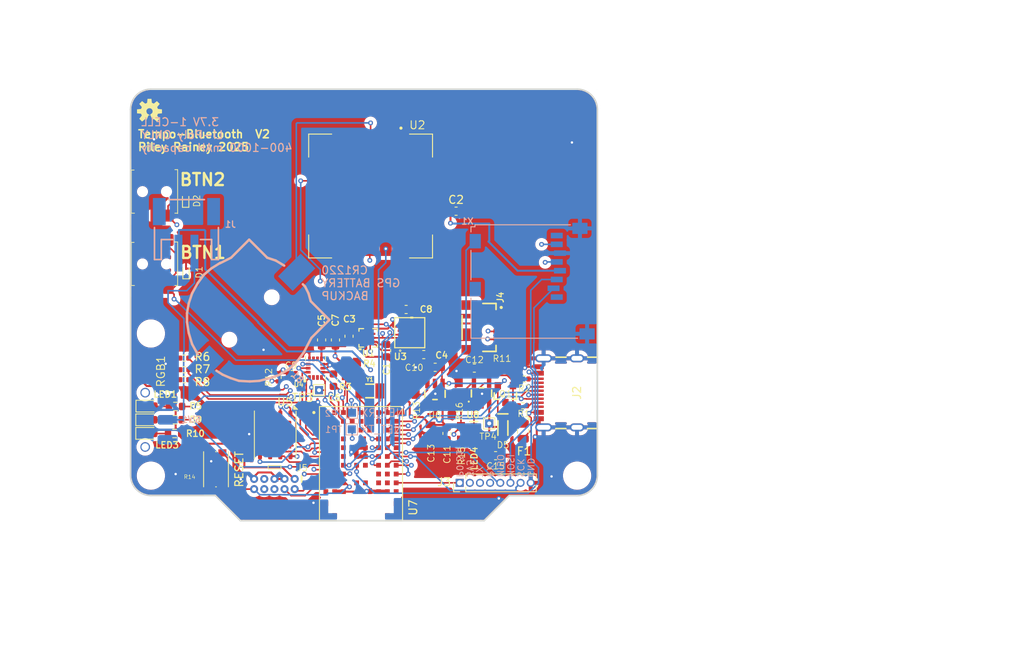
<source format=kicad_pcb>
(kicad_pcb (version 20241229) (generator "pcbnew") (generator_version "9.0")
  (title_block (date "2025-08-17"))
  (layers (0 "F.Cu" signal) (4 "In1.Cu" signal) (6 "In2.Cu" signal) (2 "B.Cu" signal) (13 "F.Paste" user) (15 "B.Paste" user) (5 "F.SilkS" user "F.Silkscreen") (7 "B.SilkS" user "B.Silkscreen") (1 "F.Mask" user) (3 "B.Mask" user) (25 "Edge.Cuts" user))
  (property "DESIGNER" "Riley Rainey")
  (property "REV" "V2")
  (net 0 "")
  (net 1 "GND")
  (net 2 "3.3V")
  (net 3 "Net-(U3-CAP)")
  (net 4 "V_BATT")
  (net 5 "/SDA")
  (net 6 "/SCL")
  (net 7 "/D6")
  (net 8 "VBUS")
  (net 9 "/D10")
  (net 10 "/D11")
  (net 11 "/D12")
  (net 12 "/D13")
  (net 13 "/SCK")
  (net 14 "/P0.31")
  (net 18 "Net-(U8-STAT)")
  (net 19 "Net-(J2-CC1)")
  (net 20 "/~{RESET}")
  (net 21 "/VBACKUP")
  (net 22 "/GNSS_TIMEPULSE")
  (net 24 "Net-(J2-CC2)")
  (net 25 "Net-(U6-EN)")
  (net 28 "Net-(U8-PROG)")
  (net 29 "Net-(RGB1-G)")
  (net 30 "Net-(RGB1-R)")
  (net 31 "Net-(LED1-A)")
  (net 32 "Net-(LED2-A)")
  (net 33 "Net-(LED3-A)")
  (net 34 "Net-(RGB1-B)")
  (net 36 "Net-(SW1-B)")
  (net 43 "VIN")
  (net 46 "V_USB")
  (net 47 "Net-(LED4-PadA)")
  (net 49 "/D5")
  (net 50 "/D9")
  (net 52 "/VCOM1_RX")
  (net 53 "/VCOM1_TX")
  (net 55 "/MOSI")
  (net 56 "/MISO")
  (net 57 "/FLASH_CD")
  (net 58 "/XL2")
  (net 60 "/FLASH_CS")
  (net 61 "/SWDIO")
  (net 62 "/SWDCLK")
  (net 63 "/XL1")
  (net 64 "/FLASH_MOSI")
  (net 65 "/FLASH_SCK")
  (net 66 "/FLASH_MISO")
  (net 75 "/BTN1")
  (net 76 "/BTN4")
  (net 77 "/APP_NORA_CTS")
  (net 80 "/BTN2")
  (net 81 "/QSPI_SCK")
  (net 83 "/D7")
  (net 84 "/QSPI_IO0")
  (net 86 "/QSPI_IO2")
  (net 87 "/RGB_R")
  (net 89 "USB_D+")
  (net 90 "USB_D-")
  (net 91 "/APP_NORA_RTS")
  (net 92 "/RGB_G")
  (net 93 "/RGB_B")
  (net 94 "/QSPI_IO3")
  (net 95 "/NET_NORA_TX")
  (net 96 "/APP_NORA_TX")
  (net 97 "/APP_NORA_RX")
  (net 99 "/QSPI_CSN")
  (net 100 "/QSPI_IO1")
  (net 103 "/NET_NORA_RX")
  (footprint "Capacitor_SMD:C_0402_1005Metric" (layer "F.Cu") (at 146.26 100.64)
    (property "Reference" "C9")
    (property "Value" "100nF")
  )
  (footprint "Capacitor_SMD:C_0603_1608Metric" (layer "F.Cu") (at 160.56 92.639999 180)
    (property "Reference" "C8")
    (property "Value" "10uF" (hide yes))
  )
  (footprint "Capacitor_SMD:C_0603_1608Metric" (layer "F.Cu") (at 171.755 110.94)
    (property "Reference" "C15")
    (property "Value" "4.7UF-0603-6.3V-(10%)")
  )
  (footprint "Capacitor_SMD:C_0603_1608Metric" (layer "F.Cu") (at 164.195 99.88 180)
    (property "Reference" "C10")
    (property "Value" "1.0UF-0603-16V-10%-X7R")
  )
  (footprint "peakick:2X5-PTH-1.27MM-NO_SILK" (layer "F.Cu") (at 144.07 114.49 180)
    (property "Reference" "J5")
    (property "Value" "2x5 PTH ARM CORTEX DEBUG")
  )
  (footprint "Resistor_SMD:R_0402_1005Metric" (layer "F.Cu") (at 175.36 101.34 180)
    (property "Reference" "R2")
    (property "Value" "5.1k")
  )
  (footprint "Resistor_SMD:R_0603_1608Metric" (layer "F.Cu") (at 131.635 106.44 180)
    (property "Reference" "R9")
    (property "Value" "2.2K" (hide yes))
  )
  (footprint "peakick:SOT23-5" (layer "F.Cu") (at 164.17 103.205 180)
    (property "Reference" "U6")
    (property "Value" "SPX3819M5-L-3-3/TR")
  )
  (footprint "Resistor_SMD:R_0603_1608Metric" (layer "F.Cu") (at 131.685 104.78 180)
    (property "Reference" "R5")
    (property "Value" "2.2K")
  )
  (footprint "Package_SON:WSON-8-1EP_6x5mm_P1.27mm_EP3.4x4mm" (layer "F.Cu") (at 144.1725 108.34 -90)
    (property "Reference" "U5")
    (property "Value" "MX25R64")
  )
  (footprint "peakick:JST04_1MM_RA" (layer "F.Cu") (at 172.16 94.89 -90)
    (property "Reference" "J4")
    (property "Value" "QWIIC_CONNECTORJS-1MM")
  )
  (footprint "peakick:SOD-323" (layer "F.Cu") (at 172.67 107.48 -90)
    (property "Reference" "D5")
    (property "Value" "1A/23V/620mV")
  )
  (footprint "TestPoint:TestPoint_THTPad_1.0x1.0mm_Drill0.5mm" (layer "F.Cu") (at 149.66 102.74 180)
    (property "Reference" "TP3")
    (property "Value" "IMU_INT1")
  )
  (footprint "Capacitor_SMD:C_0603_1608Metric" (layer "F.Cu") (at 166.81 80.34)
    (property "Reference" "C2")
    (property "Value" "10uF")
  )
  (footprint "Diode_SMD:D_SOD-923" (layer "F.Cu") (at 132.96 78.99 90)
    (property "Reference" "D2")
    (property "Value" "UBXH07-0000034")
  )
  (footprint "peakick:PQFN50P300X250X97-14N" (layer "F.Cu") (at 149.21 99.99 90)
    (property "Reference" "U4")
    (property "Value" "ICM-42688-V" (hide yes))
  )
  (footprint "Connector_PinHeader_1.27mm:PinHeader_1x08_P1.27mm_Vertical" (layer "F.Cu") (at 167.26 114.34 90)
    (property "Reference" "J3")
    (property "Value" "IO Interfaces" (hide yes))
  )
  (footprint "peakick:0603" (layer "F.Cu") (at 161.745 102.43 90)
    (property "Reference" "R13")
    (property "Value" "10KOHM-0603-1/10W-1%")
  )
  (footprint "peakick:CREATIVE_COMMONS" (layer "F.Cu") (at 157.11 104.24)
    (property "Reference" "FRAME1" (hide yes))
    (property "Value" "FRAME-LETTER")
  )
  (footprint "peakick:0603" (layer "F.Cu") (at 167.42 108.13 -90)
    (property "Reference" "R15")
    (property "Value" "1K")
  )
  (footprint "peakick:STAND-OFF-TIGHT" (layer "F.Cu") (at 128.609784 95.65)
    (property "Reference" "H1" (hide yes))
    (property "Value" "STAND-OFFTIGHT")
  )
  (footprint "Capacitor_SMD:C_0603_1608Metric" (layer "F.Cu") (at 165.67 108.155 -90)
    (property "Reference" "C11")
    (property "Value" "2.2UF-0603-10V-20%")
  )
  (footprint "peakick:OSHW-LOGO-S" (layer "F.Cu") (at 128.435 67.84)
    (property "Reference" "LOGO1" (hide yes))
    (property "Value" "OSHW-LOGOS")
  )
  (footprint "peakick:CRYSTAL-SMD-3.2X1.5MM" (layer "F.Cu") (at 156.01 102.84)
    (property "Reference" "Y1")
    (property "Value" "32.768kHz" (hide yes))
  )
  (footprint "peakick:0603" (layer "F.Cu") (at 154.41 100.09 90)
    (property "Reference" "R4")
    (property "Value" "2.2KOHM-0603-1/10W-1%")
  )
  (footprint "Resistor_SMD:R_0402_1005Metric" (layer "F.Cu") (at 132.795 101.43 180)
    (property "Reference" "R8")
    (property "Value" "220OHM-0402")
  )
  (footprint "peakick:XCVR_NORA-B106-00B" (layer "F.Cu") (at 154.91 111.04 -90)
    (property "Reference" "U7")
    (property "Value" "NORA-B106-00B")
  )
  (footprint "peakick:0603" (layer "F.Cu") (at 133.46 111.49 90)
    (property "Reference" "R14")
    (property "Value" "10KOHM-0603-1/10W-1%")
  )
  (footprint "Capacitor_SMD:C_0603_1608Metric" (layer "F.Cu") (at 153.4093 95.990126 90)
    (property "Reference" "C3")
    (property "Value" "100nF" (hide yes))
  )
  (footprint "Capacitor_SMD:C_0603_1608Metric" (layer "F.Cu") (at 151.71 96.455 90)
    (property "Reference" "C7")
    (property "Value" "2.2uF" (hide yes))
  )
  (footprint "Capacitor_SMD:C_0603_1608Metric" (layer "F.Cu") (at 162.765 98.289999)
    (property "Reference" "C4")
    (property "Value" "10uF" (hide yes))
  )
  (footprint "peakick:GCT-USB4105-GF-A modified-USB-C 16P" (layer "F.Cu") (at 181.935 103.065 90)
    (property "Reference" "J2")
    (property "Value" "USB_C_Receptacle_USB2.0")
  )
  (footprint "peakick:0603" (layer "F.Cu") (at 167.145 102.655 -90)
    (property "Reference" "R16")
    (property "Value" "2.0k")
  )
  (footprint "Resistor_SMD:R_0402_1005Metric" (layer "F.Cu") (at 144.54 101.13 90)
    (property "Reference" "R12")
    (property "Value" "470KOHM")
  )
  (footprint "peakick:0805" (layer "F.Cu") (at 163.61 107.99 -90)
    (property "Reference" "C13")
    (property "Value" "4.7UF-0805-10V-10%")
  )
  (footprint "peakick:LED-0603" (layer "F.Cu") (at 169.02 108.255 90)
    (property "Reference" "LED4")
    (property "Value" "Yellow")
  )
  (footprint "peakick:PTS850-with-bosses" (layer "F.Cu") (at 129.06 77.89 180)
    (property "Reference" "SW3")
    (property "Value" "PTS850")
  )
  (footprint "Capacitor_SMD:C_0603_1608Metric" (layer "F.Cu") (at 151.46 101.49 -90)
    (property "Reference" "C6")
    (property "Value" "10nF" (hide yes))
  )
  (footprint "Diode_SMD:D_SOD-923" (layer "F.Cu") (at 133.01 87.94 90)
    (property "Reference" "D1")
    (property "Value" "UBXH07-0000034")
  )
  (footprint "peakick:LTST-C19HE1WT" (layer "F.Cu") (at 128.045 100.68)
    (property "Reference" "RGB1")
    (property "Value" "LTST-C19HE1WT" (hide yes))
  )
  (footprint "Resistor_SMD:R_0402_1005Metric" (layer "F.Cu") (at 132.805 100.18 180)
    (property "Reference" "R7")
    (property "Value" "220OHM-0402")
  )
  (footprint "Capacitor_SMD:C_0603_1608Metric" (layer "F.Cu") (at 169.095 99.98 180)
    (property "Reference" "C12")
    (property "Value" "4.7UF-0603-6.3V-(10%)")
  )
  (footprint "LED_SMD:LED_0603_1608Metric" (layer "F.Cu") (at 128.205 108.15)
    (property "Reference" "LED3")
    (property "Value" "LTST-S270KGKT" (hide yes))
  )
  (footprint "peakick:0603" (layer "F.Cu") (at 172.47 99.98 180)
    (property "Reference" "R11")
    (property "Value" "10KOHM-0603-1/10W-1%")
  )
  (footprint "peakick:LGA10_BMP390_BOS" (layer "F.Cu") (at 155.8093 96.190126 180)
    (property "Reference" "U1")
    (property "Value" "BMP390" (hide yes))
  )
  (footprint "TestPoint:TestPoint_THTPad_1.0x1.0mm_Drill0.5mm" (layer "F.Cu") (at 170.96 106.9 180)
    (property "Reference" "TP4")
    (property "Value" "VBATT")
  )
  (footprint "LED_SMD:LED_0603_1608Metric" (layer "F.Cu") (at 128.225 104.74)
    (property "Reference" "LED1")
    (property "Value" "LTST-S270KGKT" (hide yes))
  )
  (footprint "Resistor_SMD:R_0603_1608Metric" (layer "F.Cu") (at 131.575 108.17 180)
    (property "Reference" "R10")
    (property "Value" "2.2K" (hide yes))
  )
  (footprint "peakick:SOT23-5" (layer "F.Cu") (at 169.9955 103.155)
    (property "Reference" "U8")
    (property "Value" "MCP73831")
  )
  (footprint "peakick:STAND-OFF-TIGHT" (layer "F.Cu") (at 181.96 113.44)
    (property "Reference" "H3" (hide yes))
    (property "Value" "STAND-OFFTIGHT")
  )
  (footprint "Resistor_SMD:R_0402_1005Metric" (layer "F.Cu") (at 175.16 104.69 180)
    (property "Reference" "R1")
    (property "Value" "5.1k")
  )
  (footprint "Button_Switch_SMD:SW_Push_1P1T_NO_CK_KMR2" (layer "F.Cu") (at 136.76 112.64 90)
    (property "Reference" "SW4" (hide yes))
    (property "Value" "RESET")
  )
  (footprint "peakick:PTS850-with-bosses" (layer "F.Cu") (at 129.06 86.94 180)
    (property "Reference" "SW2")
    (property "Value" "PTS850")
  )
  (footprint "Fuse:Fuse_0805_2012Metric" (layer "F.Cu") (at 175.21 107.89 90)
    (property "Reference" "F1")
    (property "Value" "500mA, 6V")
  )
  (footprint "peakick:0603" (layer "F.Cu") (at 153.01 100.09 90)
    (property "Reference" "R3")
    (property "Value" "2.2KOHM-0603-1/10W-1%")
  )
  (footprint "Capacitor_SMD:C_0603_1608Metric" (layer "F.Cu") (at 158.11 97.79 90)
    (property "Reference" "C1")
    (property "Value" "100nF" (hide yes))
  )
  (footprint "peakick:SOT23-3@1" (layer "F.Cu") (at 172.98 103.18 180)
    (property "Reference" "Q1")
    (property "Value" "DMP3125L-7")
  )
  (footprint "LED_SMD:LED_0603_1608Metric" (layer "F.Cu") (at 128.205 106.45)
    (property "Reference" "LED2" (hide yes))
    (property "Value" "LTST-S270KRKT" (hide yes))
  )
  (footprint "peakick:STAND-OFF-TIGHT" (layer "F.Cu") (at 128.61 113.44)
    (property "Reference" "H2" (hide yes))
    (property "Value" "STAND-OFFTIGHT")
  )
  (footprint "Resistor_SMD:R_0402_1005Metric" (layer "F.Cu") (at 132.795 98.73 180)
    (property "Reference" "R6")
    (property "Value" "499OHM-0402")
  )
  (footprint "peakick:MODULE_SAM-M8Q-0-10" (layer "F.Cu") (at 156.11 78.44 -90)
    (property "Reference" "U2")
    (property "Value" "SAM-M10Q" (hide yes))
  )
  (footprint "Capacitor_SMD:C_0603_1608Metric" (layer "F.Cu") (at 149.98 96.455 90)
    (property "Reference" "C5")
    (property "Value" "0.1uF" (hide yes))
  )
  (footprint "peakick:MMC5983MA_MEM" (layer "F.Cu") (at 161.01 95.545799 90)
    (property "Reference" "U3")
    (property "Value" "MMC5983MA" (hide yes))
  )
  (footprint "peakick:JS102011SAQN" (layer "B.Cu") (at 130.6975 106.45 90)
    (property "Reference" "SW1")
    (property "Value" "JS102011SAQN" (hide yes))
  )
  (footprint "peakick:MICROSD" (layer "B.Cu") (at 168.77 82.09 -90)
    (property "Reference" "X1")
    (property "Value" "MEM2061-01-188-00-A")
  )
  (footprint "peakick:CR1220-2" (layer "B.Cu") (at 140.91 93.94 45)
    (property "Reference" "B1")
    (property "Value" "CR1220")
  )
  (footprint "peakick:JSTPH2" (layer "B.Cu") (at 133.06 81.89 180)
    (property "Reference" "J1")
    (property "Value" "JSTPH" (hide yes))
  )
  (footprint "TestPoint:TestPoint_Pad_1.0x1.0mm" (layer "B.Cu") (at 153.76 107.64)
    (property "Reference" "TP1")
    (property "Value" "NET_NORA_TX")
  )
  (footprint "TestPoint:TestPoint_Pad_1.0x1.0mm" (layer "B.Cu") (at 153.785 105.565)
    (property "Reference" "TP2")
    (property "Value" "NET_NORA_RX")
  )
  (gr_line (start 145.84 100.64) (end 144.56 100.64) (stroke (width 0.2)) (layer "F.Cu") (net 2))
  (gr_rect (start 143.285 112.165) (end 144.885 112.615) (stroke (width 0.1)) (fill no) (layer "F.SilkS"))
  (gr_line (start 139.526892 118.777108) (end 136.669784 115.92) (stroke (width 0.2)) (layer "Edge.Cuts"))
  (gr_line (start 139.819784 119.07) (end 140.234 119.07) (stroke (width 0.2)) (layer "Edge.Cuts"))
  (gr_circle (center 126.069784 115.92) (end 126.079784 115.92) (stroke (width 0.0001)) (fill yes) (layer "Edge.Cuts"))
  (gr_arc (start 128.6098 115.92) (mid 126.813732 115.176051) (end 126.0698 113.38) (stroke (width 0.2)) (layer "Edge.Cuts"))
  (gr_line (start 136.669784 115.92) (end 128.6098 115.92) (stroke (width 0.2)) (layer "Edge.Cuts"))
  (gr_line (start 169.899176 119.07) (end 140.234 119.07) (stroke (width 0.2)) (layer "Edge.Cuts"))
  (gr_circle (center 128.609784 113.45) (end 128.619784 113.45) (stroke (width 0.0001)) (fill yes) (layer "Edge.Cuts"))
  (gr_line (start 126.069784 113.38) (end 126.069784 67.61) (stroke (width 0.2)) (layer "Edge.Cuts"))
  (gr_circle (center 126.069784 65.07) (end 126.079784 65.07) (stroke (width 0.0001)) (fill yes) (layer "Edge.Cuts"))
  (gr_line (start 128.618815 65.07) (end 181.9498 65.07) (stroke (width 0.2)) (layer "Edge.Cuts"))
  (gr_circle (center 181.949784 113.45) (end 181.959784 113.45) (stroke (width 0.0001)) (fill yes) (layer "Edge.Cuts"))
  (gr_line (start 181.949784 115.94) (end 173.449784 115.94) (stroke (width 0.2)) (layer "Edge.Cuts"))
  (gr_arc (start 181.9498 65.07) (mid 183.749036 65.817139) (end 184.489784 67.600985) (stroke (width 0.2)) (layer "Edge.Cuts"))
  (gr_arc (start 126.069784 67.61) (mid 126.81569 65.811997) (end 128.618815 65.07) (stroke (width 0.2)) (layer "Edge.Cuts"))
  (gr_arc (start 184.489784 113.4) (mid 183.745834 115.196046) (end 181.949784 115.94) (stroke (width 0.2)) (layer "Edge.Cuts"))
  (gr_line (start 170.319784 119.07) (end 169.899176 119.07) (stroke (width 0.2)) (layer "Edge.Cuts"))
  (gr_circle (center 184.489784 65.07) (end 184.499784 65.07) (stroke (width 0.0001)) (fill yes) (layer "Edge.Cuts"))
  (gr_line (start 184.489784 67.600985) (end 184.489784 113.4) (stroke (width 0.2)) (layer "Edge.Cuts"))
  (gr_line (start 170.612692 118.777092) (end 170.319784 119.07) (stroke (width 0.2)) (layer "Edge.Cuts"))
  (gr_line (start 173.449784 115.94) (end 170.612692 118.777092) (stroke (width 0.2)) (layer "Edge.Cuts"))
  (gr_line (start 139.819784 119.07) (end 139.526892 118.777108) (stroke (width 0.2)) (layer "Edge.Cuts"))
  (gr_text "Tempo-Bluetooth  V2\nRiley Rainey 2025" (at 126.885 72.89 0) (layer "F.SilkS") (effects (font (size 1 1) (thickness 0.2) (bold yes)) (justify left bottom)))
  (gr_text "BTN2" (at 132.06 77.265 0) (layer "F.SilkS") (effects (font (size 1.5 1.5) (thickness 0.3) (bold yes)) (justify left bottom)))
  (gr_text "BTN1" (at 132.11 86.39 0) (layer "F.SilkS") (effects (font (size 1.5 1.5) (thickness 0.3) (bold yes)) (justify left bottom)))
  (gr_text "MOSI" (at 173.16 113.715 -90) (layer "B.SilkS") (effects (font (size 0.8 0.8) (thickness 0.1)) (justify left bottom mirror)))
  (gr_text "CR1220\nGPS BATTERY\nBACKUP\n" (at 149.86 91.54 0) (layer "B.SilkS") (effects (font (size 1 1)) (justify right bottom mirror)))
  (gr_text "P0.31" (at 166.785 113.715 270) (layer "B.SilkS") (effects (font (size 0.8 0.8) (thickness 0.1)) (justify left bottom mirror)))
  (gr_text "RX" (at 170.56 113.715 270) (layer "B.SilkS") (effects (font (size 0.8 0.8) (thickness 0.1)) (justify left bottom mirror)))
  (gr_text "MISO" (at 171.885 113.715 -90) (layer "B.SilkS") (effects (font (size 0.8 0.8) (thickness 0.1)) (justify left bottom mirror)))
  (gr_text "3.7V 1-CELL\nLi-Poly ONLY\n400-1000 mAH capacity" (at 127.31 72.99 0) (layer "B.SilkS") (effects (font (size 1 1)) (justify right bottom mirror)))
  (gr_text "TX" (at 169.235 113.715 -90) (layer "B.SilkS") (effects (font (size 0.8 0.8) (thickness 0.1)) (justify left bottom mirror)))
  (gr_text "3V3" (at 168.06 113.715 -90) (layer "B.SilkS") (effects (font (size 0.8 0.8) (thickness 0.1)) (justify left bottom mirror)))
  (gr_text "NET_RX" (at 160.36 106.165 0) (layer "B.SilkS") (effects (font (size 1 1) (thickness 0.1)) (justify left bottom mirror)))
  (gr_text "NET_TX" (at 160.121905 108.265 0) (layer "B.SilkS") (effects (font (size 1 1) (thickness 0.1)) (justify left bottom mirror)))
  (gr_text "SCK" (at 174.41 113.715 -90) (layer "B.SilkS") (effects (font (size 0.8 0.8) (thickness 0.1)) (justify left bottom mirror)))
  (gr_text "GND" (at 175.685 113.715 -90) (layer "B.SilkS") (effects (font (size 0.8 0.8) (thickness 0.1)) (justify left bottom mirror)))
  (segment (start 155.06 95.69) (end 155.56 96.19) (width 0.25) (layer "F.Cu") (net 1))
  (segment (start 174.8116 105.64) (end 174.8116 104.8516) (width 0.25) (layer "F.Cu") (net 1))
  (segment (start 154.26 109.94) (end 154.36 109.94) (width 0.25) (layer "F.Cu") (net 1))
  (segment (start 150.125 99.99) (end 150.61 99.99) (width 0.25) (layer "F.Cu") (net 1))
  (segment (start 161.760001 94.2708) (end 161.760001 94.089999) (width 0.25) (layer "F.Cu") (net 1))
  (segment (start 156.5586 96.690252) (end 156.5586 96.6886) (width 0.25) (layer "F.Cu") (net 1))
  (segment (start 156.5586 96.6886) (end 156.414726 96.544726) (width 0.25) (layer "F.Cu") (net 1))
  (segment (start 156.5586 95.69) (end 156.46 95.69) (width 0.25) (layer "F.Cu") (net 1))
  (segment (start 146.74 100.64) (end 146.74 101.52) (width 0.25) (layer "F.Cu") (net 1))
  (segment (start 148.46 98.825) (end 148.46 98.19) (width 0.25) (layer "F.Cu") (net 1))
  (segment (start 136.16 110.79) (end 136.16 111.64) (width 0.25) (layer "F.Cu") (net 1))
  (segment (start 153.81 110.49) (end 153.71 110.49) (width 0.25) (layer "F.Cu") (net 1))
  (segment (start 169.9955 103.2545) (end 169.9955 104.4551) (width 0.25) (layer "F.Cu") (net 1))
  (segment (start 156.873548 96.690252) (end 156.5586 96.690252) (width 0.25) (layer "F.Cu") (net 1))
  (segment (start 161.76 99.88) (end 161.72 99.88) (width 0.25) (layer "F.Cu") (net 1))
  (segment (start 159.785 92.665) (end 160.76 93.64) (width 0.25) (layer "F.Cu") (net 1))
  (segment (start 163.54 99.685) (end 163.345 99.88) (width 0.25) (layer "F.Cu") (net 1))
  (segment (start 167.22 99.98) (end 168.245 99.98) (width 0.25) (layer "F.Cu") (net 1))
  (segment (start 144.07 113.45) (end 144.07 113.855) (width 0.25) (layer "F.Cu") (net 1))
  (segment (start 170.06 103.19) (end 169.9955 103.2545) (width 0.25) (layer "F.Cu") (net 1))
  (segment (start 176.91 108.39) (end 176.71 108.59) (width 0.25) (layer "F.Cu") (net 1))
  (segment (start 151.01 99.59) (end 150.91 99.49) (width 0.25) (layer "F.Cu") (net 1))
  (segment (start 156.46 95.69) (end 155.785 96.365) (width 0.25) (layer "F.Cu") (net 1))
  (segment (start 149.51 104.54) (end 149.51 104.24) (width 0.25) (layer "F.Cu") (net 1))
  (segment (start 159.31 105.54) (end 159.987637 104.862363) (width 0.25) (layer "F.Cu") (net 1))
  (segment (start 159.785 92.639999) (end 159.785 92.665) (width 0.25) (layer "F.Cu") (net 1))
  (segment (start 164.21 103.19) (end 164.21 101.9449) (width 0.25) (layer "F.Cu") (net 1))
  (segment (start 156.414726 96.544726) (end 155.964726 96.544726) (width 0.25) (layer "F.Cu") (net 1))
  (segment (start 174.8116 104.8516) (end 174.65 104.69) (width 0.25) (layer "F.Cu") (net 1))
  (segment (start 163.345 99.88) (end 161.76 99.88) (width 0.25) (layer "F.Cu") (net 1))
  (segment (start 159.987637 104.862363) (end 160.037637 104.862363) (width 0.25) (layer "F.Cu") (net 1))
  (segment (start 151.61 106.64) (end 150.51 105.54) (width 0.25) (layer "F.Cu") (net 1))
  (segment (start 143.66 113.04) (end 144.07 113.45) (width 0.25) (layer "F.Cu") (net 1))
  (segment (start 151.735 102.265) (end 152.31 102.84) (width 0.25) (layer "F.Cu") (net 1))
  (segment (start 158.21 106.64) (end 159.31 105.54) (width 0.25) (layer "F.Cu") (net 1))
  (segment (start 155.41 96.19) (end 155.409874 96.190126) (width 0.25) (layer "F.Cu") (net 1))
  (segment (start 164.21 101.9449) (end 164.17 101.9049) (width 0.25) (layer "F.Cu") (net 1))
  (segment (start 142.06 113.04) (end 143.66 113.04) (width 0.25) (layer "F.Cu") (net 1))
  (segment (start 148.46 98.19) (end 148.11 97.84) (width 0.25) (layer "F.Cu") (net 1))
  (segment (start 151.46 102.265) (end 151.735 102.265) (width 0.25) (layer "F.Cu") (net 1))
  (segment (start 155.785 96.365) (end 155.61 96.19) (width 0.25) (layer "F.Cu") (net 1))
  (segment (start 175.535 99.815) (end 175.41 99.94) (width 0.25) (layer "F.Cu") (net 1))
  (segment (start 160.76 93.64) (end 160.76 94.2708) (width 0.25) (layer "F.Cu") (net 1))
  (segment (start 153.71 110.49) (end 154.26 109.94) (width 0.25) (layer "F.Cu") (net 1))
  (segment (start 154.135126 95.215126) (end 153.4093 95.215126) (width 0.25) (layer "F.Cu") (net 1))
  (segment (start 141.53 113.57) (end 142.06 113.04) (width 0.25) (layer "F.Cu") (net 1))
  (segment (start 141.53 113.855) (end 141.53 113.57) (width 0.25) (layer "F.Cu") (net 1))
  (segment (start 146.74 101.52) (end 146.76 101.54) (width 0.25) (layer "F.Cu") (net 1))
  (segment (start 161.760001 94.089999) (end 162.36 93.49) (width 0.25) (layer "F.Cu") (net 1))
  (segment (start 166.86 100.34) (end 167.22 99.98) (width 0.25) (layer "F.Cu") (net 1))
  (segment (start 176.91 106.64) (end 176.91 108.39) (width 0.25) (layer "F.Cu") (net 1))
  (segment (start 155.61 96.19) (end 155.41 96.19) (width 0.25) (layer "F.Cu") (net 1))
  (segment (start 155.56 96.19) (end 155.61 96.19) (width 0.25) (layer "F.Cu") (net 1))
  (segment (start 155.06 95.69) (end 154.61 95.69) (width 0.25) (layer "F.Cu") (net 1))
  (segment (start 150.61 99.99) (end 151.01 99.59) (width 0.25) (layer "F.Cu") (net 1))
  (segment (start 158.11 97.015) (end 157.198296 97.015) (width 0.25) (layer "F.Cu") (net 1))
  (segment (start 145.34 113.855) (end 144.07 113.855) (width 0.25) (layer "F.Cu") (net 1))
  (segment (start 135.96 110.59) (end 136.16 110.79) (width 0.25) (layer "F.Cu") (net 1))
  (segment (start 177.355 99.815) (end 175.535 99.815) (width 0.25) (layer "F.Cu") (net 1))
  (segment (start 155.964726 96.544726) (end 155.785 96.365) (width 0.25) (layer "F.Cu") (net 1))
  (segment (start 163.54 98.289999) (end 163.54 99.685) (width 0.25) (layer "F.Cu") (net 1))
  (segment (start 150.51 105.54) (end 149.51 104.54) (width 0.25) (layer "F.Cu") (net 1))
  (segment (start 177.21 106.34) (end 176.91 106.64) (width 0.25) (layer "F.Cu") (net 1))
  (segment (start 155.409874 96.190126) (end 155.06 96.190126) (width 0.25) (layer "F.Cu") (net 1))
  (segment (start 152.71 115.44) (end 154.91 115.44) (width 0.25) (layer "F.Cu") (net 1))
  (segment (start 154.61 95.69) (end 154.135126 95.215126) (width 0.25) (layer "F.Cu") (net 1))
  (segment (start 150.91 99.49) (end 150.125 99.49) (width 0.25) (layer "F.Cu") (net 1))
  (segment (start 157.198296 97.015) (end 156.873548 96.690252) (width 0.25) (layer "F.Cu") (net 1))
  (segment (start 154.36 111.04) (end 153.81 110.49) (width 0.25) (layer "F.Cu") (net 1))
  (via (at 131.71 113.24) (size 0.6) (drill 0.3) (layers "F.Cu" "B.Cu") (net 1))
  (via (at 139.86 113.89) (size 0.6) (drill 0.3) (layers "F.Cu" "B.Cu") (net 1))
  (via (at 130.46 99.44) (size 0.6) (drill 0.3) (layers "F.Cu" "B.Cu") (net 1))
  (via (at 129.01 71.34) (size 0.6) (drill 0.3) (layers "F.Cu" "B.Cu") (net 1))
  (via (at 166.86 100.34) (size 0.6) (drill 0.3) (layers "F.Cu" "B.Cu") (net 1))
  (via (at 148.96 116.84) (size 0.6) (drill 0.3) (layers "F.Cu" "B.Cu") (net 1))
  (via (at 142.71 97.69) (size 0.6) (drill 0.3) (layers "F.Cu" "B.Cu") (net 1))
  (via (at 155.61 115.39) (size 0.6) (drill 0.3) (layers "F.Cu" "B.Cu") (net 1))
  (via (at 151.01 99.59) (size 0.6) (drill 0.3) (layers "F.Cu" "B.Cu") (net 1))
  (via (at 152.31 102.84) (size 0.6) (drill 0.3) (layers "F.Cu" "B.Cu") (net 1))
  (via (at 181.31 71.74) (size 0.6) (drill 0.3) (layers "F.Cu" "B.Cu") (net 1))
  (via (at 174.8116 105.64) (size 0.6) (drill 0.3) (layers "F.Cu" "B.Cu") (net 1))
  (via (at 175.41 99.94) (size 0.6) (drill 0.3) (layers "F.Cu" "B.Cu") (net 1))
  (via (at 172.16 116.29) (size 0.6) (drill 0.3) (layers "F.Cu" "B.Cu") (net 1))
  (via (at 176.71 108.59) (size 0.6) (drill 0.3) (layers "F.Cu" "B.Cu") (net 1))
  (via (at 170.06 103.19) (size 0.6) (drill 0.3) (layers "F.Cu" "B.Cu") (net 1))
  (via (at 146.76 101.54) (size 0.6) (drill 0.3) (layers "F.Cu" "B.Cu") (net 1))
  (via (at 149.51 104.24) (size 0.6) (drill 0.3) (layers "F.Cu" "B.Cu") (net 1))
  (via (at 136.16 111.64) (size 0.6) (drill 0.3) (layers "F.Cu" "B.Cu") (net 1))
  (via (at 153.71 110.49) (size 0.6) (drill 0.3) (layers "F.Cu" "B.Cu") (net 1))
  (via (at 160.037637 104.862363) (size 0.6) (drill 0.3) (layers "F.Cu" "B.Cu") (net 1))
  (via (at 178.76 113.54) (size 0.6) (drill 0.3) (layers "F.Cu" "B.Cu") (net 1))
  (via (at 161.76 99.88) (size 0.6) (drill 0.3) (layers "F.Cu" "B.Cu") (net 1))
  (via (at 164.21 103.19) (size 0.6) (drill 0.3) (layers "F.Cu" "B.Cu") (net 1))
  (via (at 140.91 108.24) (size 0.6) (drill 0.3) (layers "F.Cu" "B.Cu") (net 1))
  (segment (start 160.86 104.14) (end 158.81 104.14) (width 0.25) (layer "F.Cu") (net 2))
  (segment (start 158.21 105.54) (end 157.11 105.54) (width 0.25) (layer "F.Cu") (net 2))
  (segment (start 151.46 100.715) (end 151.81 100.365) (width 0.25) (layer "F.Cu") (net 2))
  (segment (start 161.409999 98.289999) (end 160.76 97.64) (width 0.25) (layer "F.Cu") (net 2))
  (segment (start 155.559237 96.939426) (end 155.559237 97.589237) (width 0.25) (layer "F.Cu") (net 2))
  (segment (start 158.21 105.54) (end 158.21 104.74) (width 0.25) (layer "F.Cu") (net 2))
  (segment (start 161.99 98.289999) (end 162.310001 98.289999) (width 0.25) (layer "F.Cu") (net 2))
  (segment (start 154.985126 96.765126) (end 155.06 96.690252) (width 0.25) (layer "F.Cu") (net 2))
  (segment (start 146.525 113.855) (end 145.06 112.39) (width 0.25) (layer "F.Cu") (net 2))
  (segment (start 145.06 112.39) (end 140.31 112.39) (width 0.25) (layer "F.Cu") (net 2))
  (segment (start 156.06 95.440189) (end 156.059363 95.440826) (width 0.25) (layer "F.Cu") (net 2))
  (segment (start 166.11 81.84) (end 166.11 80.415) (width 0.25) (layer "F.Cu") (net 2))
  (segment (start 162.71 80.34) (end 159.41 80.34) (width 0.25) (layer "F.Cu") (net 2))
  (segment (start 151.81 99.79) (end 151.96 99.64) (width 0.25) (layer "F.Cu") (net 2))
  (segment (start 161.197337 106.072589) (end 161.214748 106.09) (width 0.25) (layer "F.Cu") (net 2))
  (segment (start 158.25614 95.04) (end 156.06 95.04) (width 0.25) (layer "F.Cu") (net 2))
  (segment (start 158.86 93.89) (end 158.935 93.965) (width 0.25) (layer "F.Cu") (net 2))
  (segment (start 151.66 98.49) (end 152.41 99.24) (width 0.25) (layer "F.Cu") (net 2))
  (segment (start 144.97 100.19) (end 144.54 100.62) (width 0.25) (layer "F.Cu") (net 2))
  (segment (start 151.71 97.23) (end 152.944426 97.23) (width 0.25) (layer "F.Cu") (net 2))
  (segment (start 161.197337 106.072589) (end 161.01 105.885252) (width 0.25) (layer "F.Cu") (net 2))
  (segment (start 133.51 110.59) (end 133.46 110.64) (width 0.25) (layer "F.Cu") (net 2))
  (segment (start 161.99 98.289999) (end 161.409999 98.289999) (width 0.25) (layer "F.Cu") (net 2))
  (segment (start 156.06 95.04) (end 156.06 95.440189) (width 0.25) (layer "F.Cu") (net 2))
  (segment (start 133.46 109.74) (end 133.46 110.64) (width 0.25) (layer "F.Cu") (net 2))
  (segment (start 158.86 98.54) (end 158.835 98.565) (width 0.25) (layer "F.Cu") (net 2))
  (segment (start 131.71 103.04) (end 131.71 107.48) (width 0.25) (layer "F.Cu") (net 2))
  (segment (start 149.98 97.23) (end 151.71 97.23) (width 0.25) (layer "F.Cu") (net 2))
  (segment (start 158.935 94.36114) (end 158.25614 95.04) (width 0.25) (layer "F.Cu") (net 2))
  (segment (start 158.11 98.565) (end 155.585 98.565) (width 0.25) (layer "F.Cu") (net 2))
  (segment (start 158.06 78.99) (end 158.06 71.89) (width 0.25) (layer "F.Cu") (net 2))
  (segment (start 161.760001 98.06) (end 161.99 98.289999) (width 0.25) (layer "F.Cu") (net 2))
  (segment (start 155.56 97.59) (end 154.61 97.59) (width 0.25) (layer "F.Cu") (net 2))
  (segment (start 127.62 101.75) (end 128.0924 102.2224) (width 0.25) (layer "F.Cu") (net 2))
  (segment (start 161.36 106.09) (end 161.38693 106.11693) (width 0.25) (layer "F.Cu") (net 2))
  (segment (start 163.61 107.09) (end 165.455 107.09) (width 0.25) (layer "F.Cu") (net 2))
  (segment (start 158.935 93.965) (end 158.935 94.795798) (width 0.25) (layer "F.Cu") (net 2))
  (segment (start 158.81 99.265) (end 158.11 98.565) (width 0.25) (layer "F.Cu") (net 2))
  (segment (start 166.11 80.415) (end 166.035 80.34) (width 0.25) (layer "F.Cu") (net 2))
  (segment (start 152.01 99.64) (end 152.41 99.24) (width 0.25) (layer "F.Cu") (net 2))
  (segment (start 160.76 97.54) (end 160.06 97.54) (width 0.25) (layer "F.Cu") (net 2))
  (segment (start 161.760001 96.820798) (end 161.760001 98.06) (width 0.25) (layer "F.Cu") (net 2))
  (segment (start 160.065798 94.795798) (end 160.76 95.49) (width 0.25) (layer "F.Cu") (net 2))
  (segment (start 132.4 108.68) (end 133.46 109.74) (width 0.25) (layer "F.Cu") (net 2))
  (segment (start 159.06 98.54) (end 158.86 98.54) (width 0.25) (layer "F.Cu") (net 2))
  (segment (start 161.01 105.885252) (end 161.01 104.29) (width 0.25) (layer "F.Cu") (net 2))
  (segment (start 159.735001 94.795798) (end 160.065798 94.795798) (width 0.25) (layer "F.Cu") (net 2))
  (segment (start 158.835 98.565) (end 158.11 98.565) (width 0.25) (layer "F.Cu") (net 2))
  (segment (start 132.4 108.17) (end 132.4 108.68) (width 0.25) (layer "F.Cu") (net 2))
  (segment (start 151.71 97.23) (end 151.71 98.44) (width 0.25) (layer "F.Cu") (net 2))
  (segment (start 160.76 97.64) (end 160.76 97.54) (width 0.25) (layer "F.Cu") (net 2))
  (segment (start 160.06 97.54) (end 159.06 98.54) (width 0.25) (layer "F.Cu") (net 2))
  (segment (start 161.39146 106.1124) (end 162.6324 106.1124) (width 0.25) (layer "F.Cu") (net 2))
  (segment (start 151.71 98.44) (end 151.66 98.49) (width 0.25) (layer "F.Cu") (net 2))
  (segment (start 150.125 100.49) (end 151.235 100.49) (width 0.25) (layer "F.Cu") (net 2))
  (segment (start 139.06 109.44) (end 133.76 109.44) (width 0.25) (layer "F.Cu") (net 2))
  (segment (start 146.8725 111.0025) (end 146.91 111.04) (width 0.25) (layer "F.Cu") (net 2))
  (segment (start 149.96 97.25) (end 149.98 97.23) (width 0.25) (layer "F.Cu") (net 2))
  (segment (start 140.31 112.39) (end 140.31 110.69) (width 0.25) (layer "F.Cu") (net 2))
  (segment (start 127.62 101.405) (end 127.62 101.75) (width 0.25) (layer "F.Cu") (net 2))
  (segment (start 154.26 96.765126) (end 154.985126 96.765126) (width 0.25) (layer "F.Cu") (net 2))
  (segment (start 140.31 110.69) (end 139.06 109.44) (width 0.25) (layer "F.Cu") (net 2))
  (segment (start 158.935 93.965) (end 158.935 94.36114) (width 0.25) (layer "F.Cu") (net 2))
  (segment (start 154.31 97.29) (end 154.31 96.815126) (width 0.25) (layer "F.Cu") (net 2))
  (segment (start 165.12 106.755) (end 165.67 107.305) (width 0.25) (layer "F.Cu") (net 2))
  (segment (start 154.61 97.59) (end 154.31 97.29) (width 0.25) (layer "F.Cu") (net 2))
  (segment (start 128.0924 102.2224) (end 130.8924 102.2224) (width 0.25) (layer "F.Cu") (net 2))
  (segment (start 158.81 104.14) (end 158.81 99.265) (width 0.25) (layer "F.Cu") (net 2))
  (segment (start 149.96 98.825) (end 149.96 97.25) (width 0.25) (layer "F.Cu") (net 2))
  (segment (start 152.944426 97.23) (end 153.4093 96.765126) (width 0.25) (layer "F.Cu") (net 2))
  (segment (start 162.310001 98.289999) (end 166.21 94.39) (width 0.25) (layer "F.Cu") (net 2))
  (segment (start 151.235 100.49) (end 151.46 100.715) (width 0.25) (layer "F.Cu") (net 2))
  (segment (start 161.01 104.29) (end 160.86 104.14) (width 0.25) (layer "F.Cu") (net 2))
  (segment (start 151.81 100.365) (end 151.81 99.79) (width 0.25) (layer "F.Cu") (net 2))
  (segment (start 161.214748 106.09) (end 161.36 106.09) (width 0.25) (layer "F.Cu") (net 2))
  (segment (start 154.31 96.815126) (end 154.26 96.765126) (width 0.25) (layer "F.Cu") (net 2))
  (segment (start 155.559237 97.589237) (end 155.56 97.59) (width 0.25) (layer "F.Cu") (net 2))
  (segment (start 165.12 104.5051) (end 165.12 106.755) (width 0.25) (layer "F.Cu") (net 2))
  (segment (start 153.01 99.24) (end 154.41 99.24) (width 0.25) (layer "F.Cu") (net 2))
  (segment (start 145.16 100.19) (end 144.97 100.19) (width 0.25) (layer "F.Cu") (net 2))
  (segment (start 166.21 94.39) (end 172.16 94.39) (width 0.25) (layer "F.Cu") (net 2))
  (segment (start 166.035 80.34) (end 162.71 80.34) (width 0.25) (layer "F.Cu") (net 2))
  (segment (start 159.41 80.34) (end 158.06 78.99) (width 0.25) (layer "F.Cu") (net 2))
  (segment (start 151.96 99.64) (end 152.01 99.64) (width 0.25) (layer "F.Cu") (net 2))
  (segment (start 158.21 104.74) (end 158.81 104.14) (width 0.25) (layer "F.Cu") (net 2))
  (segment (start 152.41 99.24) (end 153.01 99.24) (width 0.25) (layer "F.Cu") (net 2))
  (segment (start 153.4093 96.765126) (end 154.26 96.765126) (width 0.25) (layer "F.Cu") (net 2))
  (segment (start 133.76 109.44) (end 133.46 109.74) (width 0.25) (layer "F.Cu") (net 2))
  (segment (start 165.455 107.09) (end 165.67 107.305) (width 0.25) (layer "F.Cu") (net 2))
  (segment (start 146.0775 111.0025) (end 146.8725 111.0025) (width 0.25) (layer "F.Cu") (net 2))
  (segment (start 146.61 113.855) (end 146.525 113.855) (width 0.25) (layer "F.Cu") (net 2))
  (segment (start 130.8924 102.2224) (end 131.71 103.04) (width 0.25) (layer "F.Cu") (net 2))
  (segment (start 131.71 107.48) (end 132.4 108.17) (width 0.25) (layer "F.Cu") (net 2))
  (segment (start 161.38693 106.11693) (end 161.39146 106.1124) (width 0.25) (layer "F.Cu") (net 2))
  (segment (start 157.11 106.64) (end 157.11 105.54) (width 0.25) (layer "F.Cu") (net 2))
  (segment (start 158.935 94.795798) (end 159.735001 94.795798) (width 0.25) (layer "F.Cu") (net 2))
  (segment (start 155.585 98.565) (end 154.61 97.59) (width 0.25) (layer "F.Cu") (net 2))
  (segment (start 160.76 97.54) (end 160.76 96.820798) (width 0.25) (layer "F.Cu") (net 2))
  (segment (start 158.06 71.89) (end 158.01 71.84) (width 0.25) (layer "F.Cu") (net 2))
  (segment (start 160.76 95.49) (end 160.76 96.820798) (width 0.25) (layer "F.Cu") (net 2))
  (segment (start 162.6324 106.1124) (end 163.61 107.09) (width 0.25) (layer "F.Cu") (net 2))
  (via (at 145.16 100.19) (size 0.6) (drill 0.3) (layers "F.Cu" "B.Cu") (net 2))
  (via (at 146.91 111.04) (size 0.6) (drill 0.3) (layers "F.Cu" "B.Cu") (net 2))
  (via (at 166.11 81.84) (size 0.6) (drill 0.3) (layers "F.Cu" "B.Cu") (net 2))
  (via (at 161.197337 106.072589) (size 0.6) (drill 0.3) (layers "F.Cu" "B.Cu") (net 2))
  (via (at 151.66 98.49) (size 0.6) (drill 0.3) (layers "F.Cu" "B.Cu") (net 2))
  (via (at 158.86 93.89) (size 0.6) (drill 0.3) (layers "F.Cu" "B.Cu") (net 2))
  (segment (start 170.96 84.04) (end 170.96 81.89) (width 0.25) (layer "B.Cu") (net 2))
  (segment (start 166.16 81.89) (end 166.11 81.84) (width 0.25) (layer "B.Cu") (net 2))
  (segment (start 170.86 84.14) (end 170.96 84.04) (width 0.25) (layer "B.Cu") (net 2))
  (segment (start 174.51 87.79) (end 170.86 84.14) (width 0.25) (layer "B.Cu") (net 2))
  (segment (start 170.96 81.89) (end 166.16 81.89) (width 0.25) (layer "B.Cu") (net 2))
  (segment (start 179.81 87.79) (end 174.51 87.79) (width 0.25) (layer "B.Cu") (net 2))
  (segment (start 161.26 94.2708) (end 161.26 92.714999) (width 0.2) (layer "F.Cu") (net 3))
  (segment (start 161.26 92.714999) (end 161.335 92.639999) (width 0.2) (layer "F.Cu") (net 3))
  (segment (start 170.96 106.9) (end 170.96 104.4696) (width 0.25) (layer "F.Cu") (net 4))
  (segment (start 170.96 104.4696) (end 170.9455 104.4551) (width 0.25) (layer "F.Cu") (net 4))
  (segment (start 172.98 104.28) (end 172.98 105.31) (width 0.25) (layer "F.Cu") (net 4))
  (segment (start 170.96 106.9) (end 170.96 110.885) (width 0.25) (layer "F.Cu") (net 4))
  (segment (start 172.98 105.31) (end 173.61 105.94) (width 0.25) (layer "F.Cu") (net 4))
  (segment (start 173.46 107.34) (end 171.4 107.34) (width 0.25) (layer "F.Cu") (net 4))
  (segment (start 170.96 110.885) (end 170.905 110.94) (width 0.25) (layer "F.Cu") (net 4))
  (segment (start 171.4 107.34) (end 170.96 106.9) (width 0.25) (layer "F.Cu") (net 4))
  (segment (start 173.61 107.19) (end 173.46 107.34) (width 0.25) (layer "F.Cu") (net 4))
  (segment (start 173.61 105.94) (end 173.61 107.19) (width 0.25) (layer "F.Cu") (net 4))
  (segment (start 171.1206 104.28) (end 170.9455 104.4551) (width 0.25) (layer "F.Cu") (net 4))
  (via (at 156.114685 100.194685) (size 0.6) (drill 0.3) (layers "F.Cu" "B.Cu") (net 4))
  (segment (start 135.31 82.69) (end 132.16 82.69) (width 0.25) (layer "B.Cu") (net 4))
  (segment (start 153.81 97.89) (end 156.114685 100.194685) (width 0.25) (layer "B.Cu") (net 4))
  (segment (start 145.64137 97.89) (end 153.81 97.89) (width 0.25) (layer "B.Cu") (net 4))
  (segment (start 135.41 87.59) (end 135.41 82.79) (width 0.25) (layer "B.Cu") (net 4))
  (segment (start 142.04137 94.29) (end 142.04137 94.22137) (width 0.25) (layer "B.Cu") (net 4))
  (segment (start 132.11 85.54) (end 132.06 85.59) (width 0.25) (layer "B.Cu") (net 4))
  (segment (start 132.16 82.69) (end 132.11 82.74) (width 0.25) (layer "B.Cu") (net 4))
  (segment (start 142.04137 94.29) (end 145.64137 97.89) (width 0.25) (layer "B.Cu") (net 4))
  (segment (start 132.11 82.74) (end 132.11 85.54) (width 0.25) (layer "B.Cu") (net 4))
  (segment (start 142.04137 94.22137) (end 135.41 87.59) (width 0.25) (layer "B.Cu") (net 4))
  (segment (start 135.41 82.79) (end 135.31 82.69) (width 0.25) (layer "B.Cu") (net 4))
  (segment (start 153.2126 106.0426) (end 153.2126 105.0374) (width 0.2) (layer "F.Cu") (net 5))
  (segment (start 153.2058 105.0374) (end 153.2058 104.636108) (width 0.2) (layer "F.Cu") (net 5))
  (segment (start 153.81 106.64) (end 153.2126 106.0426) (width 0.2) (layer "F.Cu") (net 5))
  (segment (start 153.18199 104.602008) (end 153.18199 102.16801) (width 0.2) (layer "F.Cu") (net 5))
  (segment (start 153.18199 102.16801) (end 154.41 100.94) (width 0.2) (layer "F.Cu") (net 5))
  (segment (start 157.61 96.190126) (end 157.61 95.64) (width 0.2) (layer "F.Cu") (net 5))
  (segment (start 172.16 95.39) (end 170.86 95.39) (width 0.2) (layer "F.Cu") (net 5))
  (segment (start 153.18199 104.612298) (end 153.18199 104.602008) (width 0.2) (layer "F.Cu") (net 5))
  (segment (start 157.61 96.190126) (end 159.629327 96.190126) (width 0.2) (layer "F.Cu") (net 5))
  (segment (start 156.5586 96.190126) (end 157.61 96.190126) (width 0.2) (layer "F.Cu") (net 5))
  (segment (start 159.629327 96.190126) (end 159.735001 96.2958) (width 0.2) (layer "F.Cu") (net 5))
  (segment (start 153.2126 105.0374) (end 153.2058 105.0374) (width 0.2) (layer "F.Cu") (net 5))
  (segment (start 153.2058 104.636108) (end 153.18199 104.612298) (width 0.2) (layer "F.Cu") (net 5))
  (segment (start 170.86 95.39) (end 170.81 95.34) (width 0.2) (layer "F.Cu") (net 5))
  (via (at 153.18199 104.602008) (size 0.6) (drill 0.3) (layers "F.Cu" "B.Cu") (net 5))
  (via (at 170.81 95.34) (size 0.6) (drill 0.3) (layers "F.Cu" "B.Cu") (net 5))
  (via (at 157.61 95.64) (size 0.6) (drill 0.3) (layers "F.Cu" "B.Cu") (net 5))
  (segment (start 172.16 96.39) (end 170.81 96.39) (width 0.2) (layer "F.Cu") (net 6))
  (segment (start 159.340797 97.74) (end 160.259999 96.820798) (width 0.2) (layer "F.Cu") (net 6))
  (segment (start 152.56 103.69) (end 152.56 104.00122) (width 0.2) (layer "F.Cu") (net 6))
  (segment (start 153.01 100.94) (end 153.01 101.912058) (width 0.2) (layer "F.Cu") (net 6))
  (segment (start 152.71 104.840802) (end 152.71 105.54) (width 0.2) (layer "F.Cu") (net 6))
  (segment (start 152.87939 102.293352) (end 152.87939 103.37061) (width 0.2) (layer "F.Cu") (net 6))
  (segment (start 152.67939 104.12061) (end 152.67939 104.810192) (width 0.2) (layer "F.Cu") (net 6))
  (segment (start 156.739852 97.019852) (end 157.46 97.74) (width 0.2) (layer "F.Cu") (net 6))
  (segment (start 152.56 104.00122) (end 152.67939 104.12061) (width 0.2) (layer "F.Cu") (net 6))
  (segment (start 157.46 97.74) (end 159.340797 97.74) (width 0.2) (layer "F.Cu") (net 6))
  (segment (start 156.2163 97.019852) (end 156.739852 97.019852) (width 0.2) (layer "F.Cu") (net 6))
  (segment (start 152.87939 102.042668) (end 152.87939 102.042669) (width 0.2) (layer "F.Cu") (net 6))
  (segment (start 170.81 96.39) (end 170.76 96.34) (width 0.2) (layer "F.Cu") (net 6))
  (segment (start 153.01 101.912058) (end 152.87939 102.042668) (width 0.2) (layer "F.Cu") (net 6))
  (segment (start 152.87939 102.042669) (end 152.87939 102.293352) (width 0.2) (layer "F.Cu") (net 6))
  (segment (start 156.059363 96.939426) (end 156.059363 97.839363) (width 0.2) (layer "F.Cu") (net 6))
  (segment (start 152.87939 103.37061) (end 152.56 103.69) (width 0.2) (layer "F.Cu") (net 6))
  (segment (start 156.2163 96.939426) (end 156.2163 97.019852) (width 0.2) (layer "F.Cu") (net 6))
  (segment (start 152.67939 104.810192) (end 152.71 104.840802) (width 0.2) (layer "F.Cu") (net 6))
  (segment (start 156.059363 97.839363) (end 156.11 97.89) (width 0.2) (layer "F.Cu") (net 6))
  (segment (start 156.059363 96.939426) (end 156.2163 96.939426) (width 0.2) (layer "F.Cu") (net 6))
  (via (at 156.11 97.89) (size 0.6) (drill 0.3) (layers "F.Cu" "B.Cu") (net 6))
  (via (at 152.56 103.69) (size 0.6) (drill 0.3) (layers "F.Cu" "B.Cu") (net 6))
  (via (at 170.76 96.34) (size 0.6) (drill 0.3) (layers "F.Cu" "B.Cu") (net 6))
  (segment (start 150.41 102.74) (end 149.66 102.74) (width 0.2) (layer "F.Cu") (net 7))
  (segment (start 149.96 101.155) (end 150.41 101.605) (width 0.2) (layer "F.Cu") (net 7))
  (segment (start 150.41 102.74) (end 150.41 103.9916) (width 0.2) (layer "F.Cu") (net 7))
  (segment (start 150.095 101.29) (end 149.96 101.155) (width 0.2) (layer "F.Cu") (net 7))
  (segment (start 150.41 101.605) (end 150.41 102.74) (width 0.2) (layer "F.Cu") (net 7))
  (segment (start 157.11 111.04) (end 156.31 111.04) (width 0.2) (layer "F.Cu") (net 7))
  (via (at 150.41 103.9916) (size 0.6) (drill 0.3) (layers "F.Cu" "B.Cu") (net 7))
  (via (at 156.31 111.04) (size 0.6) (drill 0.3) (layers "F.Cu" "B.Cu") (net 7))
  (segment (start 152.86 106.4416) (end 150.41 103.9916) (width 0.2) (layer "B.Cu") (net 7))
  (segment (start 155.41 111.04) (end 153.76 112.69) (width 0.2) (layer "B.Cu") (net 7))
  (segment (start 153.76 112.69) (end 153.16 112.69) (width 0.2) (layer "B.Cu") (net 7))
  (segment (start 152.91 112.350784) (end 152.86 112.300784) (width 0.2) (layer "B.Cu") (net 7))
  (segment (start 152.86 112.300784) (end 152.86 106.4416) (width 0.2) (layer "B.Cu") (net 7))
  (segment (start 152.91 112.44) (end 152.91 112.350784) (width 0.2) (layer "B.Cu") (net 7))
  (segment (start 156.31 111.04) (end 155.41 111.04) (width 0.2) (layer "B.Cu") (net 7))
  (segment (start 153.16 112.69) (end 152.91 112.44) (width 0.2) (layer "B.Cu") (net 7))
  (segment (start 175.21 108.765) (end 175.21 108.8275) (width 0.2) (layer "F.Cu") (net 8))
  (segment (start 175.935 105.94) (end 176.21 106.215) (width 0.2) (layer "F.Cu") (net 8))
  (segment (start 176.21 106.215) (end 176.21 107.765) (width 0.2) (layer "F.Cu") (net 8))
  (segment (start 177.395 100.625) (end 176.095 100.625) (width 0.2) (layer "F.Cu") (net 8))
  (segment (start 175.935 105.64) (end 175.935 105.94) (width 0.2) (layer "F.Cu") (net 8))
  (segment (start 176.21 107.765) (end 175.21 108.765) (width 0.2) (layer "F.Cu") (net 8))
  (segment (start 176.05 105.525) (end 175.935 105.64) (width 0.2) (layer "F.Cu") (net 8))
  (segment (start 177.395 105.525) (end 176.05 105.525) (width 0.2) (layer "F.Cu") (net 8))
  (segment (start 176.095 100.625) (end 175.935 100.465) (width 0.2) (layer "F.Cu") (net 8))
  (via (at 175.935 100.465) (size 0.6) (drill 0.3) (layers "F.Cu" "B.Cu") (net 8))
  (via (at 175.935 105.64) (size 0.6) (drill 0.3) (layers "F.Cu" "B.Cu") (net 8))
  (segment (start 175.935 105.59) (end 175.935 105.64) (width 0.2) (layer "B.Cu") (net 8))
  (segment (start 176.3626 102.081816) (end 176.3626 103.106816) (width 0.2) (layer "B.Cu") (net 8))
  (segment (start 176.36 102.079216) (end 176.3626 102.081816) (width 0.2) (layer "B.Cu") (net 8))
  (segment (start 175.935 100.465) (end 176.36 100.89) (width 0.2) (layer "B.Cu") (net 8))
  (segment (start 176.3876 105.1374) (end 175.935 105.59) (width 0.2) (layer "B.Cu") (net 8))
  (segment (start 176.36 100.89) (end 176.36 102.079216) (width 0.2) (layer "B.Cu") (net 8))
  (segment (start 176.3876 103.131816) (end 176.3876 105.1374) (width 0.2) (layer "B.Cu") (net 8))
  (segment (start 176.3626 103.106816) (end 176.3876 103.131816) (width 0.2) (layer "B.Cu") (net 8))
  (segment (start 158.059237 94.490763) (end 158.06 94.49) (width 0.2) (layer "F.Cu") (net 10))
  (segment (start 155.559237 94.490763) (end 158.059237 94.490763) (width 0.2) (layer "F.Cu") (net 10))
  (segment (start 159.31 113.24) (end 160.81 113.24) (width 0.2) (layer "F.Cu") (net 10))
  (segment (start 155.559237 95.440826) (end 155.559237 94.490763) (width 0.2) (layer "F.Cu") (net 10))
  (via (at 160.81 113.24) (size 0.6) (drill 0.3) (layers "F.Cu" "B.Cu") (net 10))
  (via (at 158.06 94.49) (size 0.6) (drill 0.3) (layers "F.Cu" "B.Cu") (net 10))
  (segment (start 160.1074 111.8374) (end 157.96 109.69) (width 0.2) (layer "B.Cu") (net 10))
  (segment (start 157.96 96.767942) (end 158.685342 96.0426) (width 0.2) (layer "B.Cu") (net 10))
  (segment (start 158.06 94.49) (end 157.96 94.49) (width 0.2) (layer "B.Cu") (net 10))
  (segment (start 159.0126 95.331816) (end 158.170784 94.49) (width 0.2) (layer "B.Cu") (net 10))
  (segment (start 158.685342 96.0426) (end 158.718184 96.0426) (width 0.2) (layer "B.Cu") (net 10))
  (segment (start 158.718184 96.0426) (end 159.0126 95.748184) (width 0.2) (layer "B.Cu") (net 10))
  (segment (start 159.0126 95.748184) (end 159.0126 95.331816) (width 0.2) (layer "B.Cu") (net 10))
  (segment (start 160.1074 111.846584) (end 160.1074 111.8374) (width 0.2) (layer "B.Cu") (net 10))
  (segment (start 157.96 109.69) (end 157.96 96.767942) (width 0.2) (layer "B.Cu") (net 10))
  (segment (start 160.81 113.24) (end 160.81 112.54) (width 0.2) (layer "B.Cu") (net 10))
  (segment (start 160.401816 112.141) (end 160.1074 111.846584) (width 0.2) (layer "B.Cu") (net 10))
  (segment (start 160.411 112.141) (end 160.401816 112.141) (width 0.2) (layer "B.Cu") (net 10))
  (segment (start 158.170784 94.49) (end 158.06 94.49) (width 0.2) (layer "B.Cu") (net 10))
  (segment (start 160.81 112.54) (end 160.411 112.141) (width 0.2) (layer "B.Cu") (net 10))
  (segment (start 133.96 104.79) (end 132.52 104.79) (width 0.2) (layer "F.Cu") (net 11))
  (segment (start 151.11 103.24) (end 151.11 104.19) (width 0.2) (layer "F.Cu") (net 11))
  (segment (start 151.61 104.69) (end 151.61 105.54) (width 0.2) (layer "F.Cu") (net 11))
  (segment (start 132.52 104.79) (end 132.51 104.78) (width 0.2) (layer "F.Cu") (net 11))
  (segment (start 151.11 104.19) (end 151.61 104.69) (width 0.2) (layer "F.Cu") (net 11))
  (via (at 151.11 103.24) (size 0.6) (drill 0.3) (layers "F.Cu" "B.Cu") (net 11))
  (via (at 133.96 104.79) (size 0.6) (drill 0.3) (layers "F.Cu" "B.Cu") (net 11))
  (segment (start 149.169784 103.4926) (end 148.753416 103.4926) (width 0.2) (layer "B.Cu") (net 11))
  (segment (start 145.6574 103.49) (end 135.26 103.49) (width 0.2) (layer "B.Cu") (net 11))
  (segment (start 148.753416 103.4926) (end 148.750816 103.49) (width 0.2) (layer "B.Cu") (net 11))
  (segment (start 150.86 103.49) (end 149.172384 103.49) (width 0.2) (layer "B.Cu") (net 11))
  (segment (start 149.172384 103.49) (end 149.169784 103.4926) (width 0.2) (layer "B.Cu") (net 11))
  (segment (start 146.368184 104.0426) (end 145.951816 104.0426) (width 0.2) (layer "B.Cu") (net 11))
  (segment (start 145.951816 104.0426) (end 145.6574 103.748184) (width 0.2) (layer "B.Cu") (net 11))
  (segment (start 145.6574 103.748184) (end 145.6574 103.49) (width 0.2) (layer "B.Cu") (net 11))
  (segment (start 146.6626 103.49) (end 146.6626 103.748184) (width 0.2) (layer "B.Cu") (net 11))
  (segment (start 135.26 103.49) (end 133.96 104.79) (width 0.2) (layer "B.Cu") (net 11))
  (segment (start 146.6626 103.748184) (end 146.368184 104.0426) (width 0.2) (layer "B.Cu") (net 11))
  (segment (start 148.750816 103.49) (end 146.6626 103.49) (width 0.2) (layer "B.Cu") (net 11))
  (segment (start 151.11 103.24) (end 150.86 103.49) (width 0.2) (layer "B.Cu") (net 11))
  (segment (start 148.46 112.14) (end 150.51 112.14) (width 0.2) (layer "F.Cu") (net 12))
  (segment (start 133.76 106.44) (end 133.81 106.49) (width 0.2) (layer "F.Cu") (net 12))
  (segment (start 148.2616 112.3384) (end 148.46 112.14) (width 0.2) (layer "F.Cu") (net 12))
  (segment (start 146.01 112.3384) (end 148.2616 112.3384) (width 0.2) (layer "F.Cu") (net 12))
  (segment (start 132.46 106.44) (end 133.76 106.44) (width 0.2) (layer "F.Cu") (net 12))
  (via (at 133.81 106.49) (size 0.6) (drill 0.3) (layers "F.Cu" "B.Cu") (net 12))
  (via (at 146.01 112.3384) (size 0.6) (drill 0.3) (layers "F.Cu" "B.Cu") (net 12))
  (segment (start 146.01 112.3384) (end 146.0084 112.34) (width 0.2) (layer "B.Cu") (net 12))
  (segment (start 146.0084 112.34) (end 139.66 112.34) (width 0.2) (layer "B.Cu") (net 12))
  (segment (start 139.66 112.34) (end 133.81 106.49) (width 0.2) (layer "B.Cu") (net 12))
  (segment (start 148.284464 99.979464) (end 148.295 99.99) (width 0.2) (layer "F.Cu") (net 13))
  (segment (start 147.115308 99.979464) (end 148.284464 99.979464) (width 0.2) (layer "F.Cu") (net 13))
  (segment (start 148.71 106.19) (end 149.16 106.64) (width 0.2) (layer "F.Cu") (net 13))
  (segment (start 148.71 102.39) (end 148.71 106.19) (width 0.2) (layer "F.Cu") (net 13))
  (segment (start 149.16 106.64) (end 150.51 106.64) (width 0.2) (layer "F.Cu") (net 13))
  (via (at 148.71 102.39) (size 0.6) (drill 0.3) (layers "F.Cu" "B.Cu") (net 13))
  (via (at 147.115308 99.979464) (size 0.6) (drill 0.3) (layers "F.Cu" "B.Cu") (net 13))
  (segment (start 148.71 101.574156) (end 147.115308 99.979464) (width 0.2) (layer "B.Cu") (net 13))
  (segment (start 148.71 102.39) (end 148.71 101.574156) (width 0.2) (layer "B.Cu") (net 13))
  (segment (start 159.31 114.34) (end 167.26 114.34) (width 0.2) (layer "F.Cu") (net 14))
  (segment (start 169.0455 107.3525) (end 169.02 107.378) (width 0.2) (layer "F.Cu") (net 18))
  (segment (start 169.0455 104.4551) (end 169.0455 107.3525) (width 0.2) (layer "F.Cu") (net 18))
  (segment (start 175.95 104.69) (end 175.67 104.69) (width 0.2) (layer "F.Cu") (net 19))
  (segment (start 177.395 104.325) (end 176.315 104.325) (width 0.2) (layer "F.Cu") (net 19))
  (segment (start 176.315 104.325) (end 175.95 104.69) (width 0.2) (layer "F.Cu") (net 19))
  (segment (start 152.96 114.34) (end 153.46 114.84) (width 0.2) (layer "F.Cu") (net 20))
  (segment (start 138.11 114.69) (end 137.56 114.69) (width 0.2) (layer "F.Cu") (net 20))
  (segment (start 138.21 112.29) (end 138.21 114.04) (width 0.2) (layer "F.Cu") (net 20))
  (segment (start 138.545 115.125) (end 138.11 114.69) (width 0.2) (layer "F.Cu") (net 20))
  (segment (start 152.71 114.34) (end 152.96 114.34) (width 0.2) (layer "F.Cu") (net 20))
  (segment (start 138.21 114.04) (end 137.56 114.69) (width 0.2) (layer "F.Cu") (net 20))
  (segment (start 137.56 110.59) (end 138.21 111.24) (width 0.2) (layer "F.Cu") (net 20))
  (segment (start 133.51 112.29) (end 138.21 112.29) (width 0.2) (layer "F.Cu") (net 20))
  (segment (start 133.46 112.34) (end 133.51 112.29) (width 0.2) (layer "F.Cu") (net 20))
  (segment (start 138.21 111.24) (end 138.21 112.29) (width 0.2) (layer "F.Cu") (net 20))
  (segment (start 141.53 115.125) (end 138.545 115.125) (width 0.2) (layer "F.Cu") (net 20))
  (via (at 153.46 114.84) (size 0.6) (drill 0.3) (layers "F.Cu" "B.Cu") (net 20))
  (segment (start 150.768164 115.639) (end 150.709 115.698164) (width 0.2) (layer "B.Cu") (net 20))
  (segment (start 153.21 114.84) (end 152.411 115.639) (width 0.2) (layer "B.Cu") (net 20))
  (segment (start 153.46 114.84) (end 153.21 114.84) (width 0.2) (layer "B.Cu") (net 20))
  (segment (start 150.709 115.698164) (end 150.709 115.8276) (width 0.2) (layer "B.Cu") (net 20))
  (segment (start 142.2326 115.8276) (end 141.53 115.125) (width 0.2) (layer "B.Cu") (net 20))
  (segment (start 152.411 115.639) (end 150.768164 115.639) (width 0.2) (layer "B.Cu") (net 20))
  (segment (start 150.709 115.8276) (end 142.2326 115.8276) (width 0.2) (layer "B.Cu") (net 20))
  (segment (start 156.11 71.84) (end 156.11 69.29) (width 0.2) (layer "F.Cu") (net 21))
  (via (at 156.11 69.29) (size 0.6) (drill 0.3) (layers "F.Cu" "B.Cu") (net 21))
  (segment (start 146.81 87.946464) (end 146.856768 87.993232) (width 0.2) (layer "B.Cu") (net 21))
  (segment (start 156.11 69.29) (end 146.91 69.29) (width 0.2) (layer "B.Cu") (net 21))
  (segment (start 146.91 69.29) (end 146.81 69.39) (width 0.2) (layer "B.Cu") (net 21))
  (segment (start 146.81 69.39) (end 146.81 87.946464) (width 0.2) (layer "B.Cu") (net 21))
  (segment (start 153.462737 113.24) (end 153.511137 113.1916) (width 0.2) (layer "F.Cu") (net 22))
  (segment (start 152.71 113.24) (end 153.462737 113.24) (width 0.2) (layer "F.Cu") (net 22))
  (segment (start 149.51 76.54) (end 147.36 76.54) (width 0.2) (layer "F.Cu") (net 22))
  (via (at 153.511137 113.1916) (size 0.6) (drill 0.3) (layers "F.Cu" "B.Cu") (net 22))
  (via (at 147.36 76.54) (size 0.6) (drill 0.3) (layers "F.Cu" "B.Cu") (net 22))
  (via (at 149.81 89.09) (size 0.6) (drill 0.3) (layers "F.Cu" "B.Cu") (net 22))
  (segment (start 147.36 76.54) (end 147.36 85.19) (width 0.2) (layer "B.Cu") (net 22))
  (segment (start 149.81 87.64) (end 149.81 89.09) (width 0.2) (layer "B.Cu") (net 22))
  (segment (start 147.36 85.19) (end 149.81 87.64) (width 0.2) (layer "B.Cu") (net 22))
  (segment (start 176.035 101.325) (end 176.02 101.34) (width 0.2) (layer "F.Cu") (net 24))
  (segment (start 177.395 101.325) (end 176.035 101.325) (width 0.2) (layer "F.Cu") (net 24))
  (segment (start 176.02 101.34) (end 175.87 101.34) (width 0.2) (layer "F.Cu") (net 24))
  (segment (start 163.22 102.73) (end 162.66 103.29) (width 0.2) (layer "F.Cu") (net 25))
  (segment (start 162.51 103.29) (end 162.5 103.28) (width 0.2) (layer "F.Cu") (net 25))
  (segment (start 162.5 103.28) (end 161.745 103.28) (width 0.2) (layer "F.Cu") (net 25))
  (segment (start 162.66 103.29) (end 162.51 103.29) (width 0.2) (layer "F.Cu") (net 25))
  (segment (start 163.22 101.9049) (end 163.22 102.73) (width 0.2) (layer "F.Cu") (net 25))
  (segment (start 168.7951 101.8549) (end 167.145 103.505) (width 0.2) (layer "F.Cu") (net 28))
  (segment (start 169.0455 101.8549) (end 168.7951 101.8549) (width 0.2) (layer "F.Cu") (net 28))
  (segment (start 132.295 100.18) (end 128.695 100.18) (width 0.2) (layer "F.Cu") (net 29))
  (segment (start 128.695 100.18) (end 128.47 99.955) (width 0.2) (layer "F.Cu") (net 29))
  (segment (start 128.27 98.73) (end 127.62 99.38) (width 0.2) (layer "F.Cu") (net 30))
  (segment (start 132.285 98.73) (end 128.27 98.73) (width 0.2) (layer "F.Cu") (net 30))
  (segment (start 127.62 99.38) (end 127.62 99.955) (width 0.2) (layer "F.Cu") (net 30))
  (segment (start 129.0525 104.78) (end 129.0125 104.74) (width 0.2) (layer "F.Cu") (net 31))
  (segment (start 130.86 104.78) (end 129.0525 104.78) (width 0.2) (layer "F.Cu") (net 31))
  (segment (start 130.81 106.44) (end 130.8 106.45) (width 0.2) (layer "F.Cu") (net 32))
  (segment (start 130.8 106.45) (end 128.9925 106.45) (width 0.2) (layer "F.Cu") (net 32))
  (segment (start 130.75 108.17) (end 129.0125 108.17) (width 0.2) (layer "F.Cu") (net 33))
  (segment (start 129.0125 108.17) (end 128.9925 108.15) (width 0.2) (layer "F.Cu") (net 33))
  (segment (start 128.495 101.43) (end 128.47 101.405) (width 0.2) (layer "F.Cu") (net 34))
  (segment (start 132.285 101.43) (end 128.495 101.43) (width 0.2) (layer "F.Cu") (net 34))
  (segment (start 130.6975 106.45) (end 132.62 106.45) (width 0.2) (layer "B.Cu") (net 36))
  (segment (start 130.76 90.29) (end 133.11 90.29) (width 0.2) (layer "B.Cu") (net 36))
  (segment (start 133.11 90.29) (end 134.06 89.34) (width 0.2) (layer "B.Cu") (net 36))
  (segment (start 132.71 97.94) (end 132.76 97.89) (width 0.2) (layer "B.Cu") (net 36))
  (segment (start 134.06 89.34) (end 134.06 85.59) (width 0.2) (layer "B.Cu") (net 36))
  (segment (start 132.62 106.45) (end 132.71 106.54) (width 0.2) (layer "B.Cu") (net 36))
  (segment (start 132.76 97.89) (end 132.76 93.79) (width 0.2) (layer "B.Cu") (net 36))
  (segment (start 132.76 93.79) (end 130.76 91.79) (width 0.2) (layer "B.Cu") (net 36))
  (segment (start 130.76 91.79) (end 130.76 90.29) (width 0.2) (layer "B.Cu") (net 36))
  (segment (start 132.71 106.54) (end 132.71 97.94) (width 0.2) (layer "B.Cu") (net 36))
  (segment (start 164.31 100.74) (end 164.16 100.89) (width 0.2) (layer "F.Cu") (net 43))
  (segment (start 165.12 101.9049) (end 165.8951 101.9049) (width 0.2) (layer "F.Cu") (net 43))
  (segment (start 165.045 99.88) (end 165.045 100.005) (width 0.2) (layer "F.Cu") (net 43))
  (segment (start 165.045 99.88) (end 165.045 101.8299) (width 0.2) (layer "F.Cu") (net 43))
  (segment (start 172.86 101.54) (end 172.22 102.18) (width 0.2) (layer "F.Cu") (net 43))
  (segment (start 165.045 100.005) (end 164.26 100.79) (width 0.2) (layer "F.Cu") (net 43))
  (segment (start 162.435 100.89) (end 161.745 101.58) (width 0.2) (layer "F.Cu") (net 43))
  (segment (start 172.22 102.18) (end 172.03 102.18) (width 0.2) (layer "F.Cu") (net 43))
  (segment (start 164.16 100.89) (end 162.435 100.89) (width 0.2) (layer "F.Cu") (net 43))
  (segment (start 172.03 105.69) (end 172.67 106.33) (width 0.2) (layer "F.Cu") (net 43))
  (segment (start 165.045 101.8299) (end 165.12 101.9049) (width 0.2) (layer "F.Cu") (net 43))
  (segment (start 164.26 100.79) (end 164.31 100.74) (width 0.2) (layer "F.Cu") (net 43))
  (segment (start 172.03 102.18) (end 172.03 105.69) (width 0.2) (layer "F.Cu") (net 43))
  (segment (start 165.8951 101.9049) (end 165.91 101.89) (width 0.2) (layer "F.Cu") (net 43))
  (via (at 172.86 101.54) (size 0.6) (drill 0.3) (layers "F.Cu" "B.Cu") (net 43))
  (via (at 165.91 101.89) (size 0.6) (drill 0.3) (layers "F.Cu" "B.Cu") (net 43))
  (segment (start 165.91 101.89) (end 172.51 101.89) (width 0.2) (layer "B.Cu") (net 43))
  (segment (start 172.51 101.89) (end 172.86 101.54) (width 0.2) (layer "B.Cu") (net 43))
  (segment (start 171.62 100.5) (end 171.62 99.98) (width 0.2) (layer "F.Cu") (net 46))
  (segment (start 172.96 108.49) (end 172.81 108.49) (width 0.2) (layer "F.Cu") (net 46))
  (segment (start 171.62 99.98) (end 171.62 100.38) (width 0.2) (layer "F.Cu") (net 46))
  (segment (start 173.93 105.6725) (end 173.93 102.18) (width 0.2) (layer "F.Cu") (net 46))
  (segment (start 167.42 107.28) (end 167.42 104.78) (width 0.2) (layer "F.Cu") (net 46))
  (segment (start 170.9455 101.0545) (end 170.9455 101.8549) (width 0.2) (layer "F.Cu") (net 46))
  (segment (start 175.21 106.9525) (end 173.93 105.6725) (width 0.2) (layer "F.Cu") (net 46))
  (segment (start 172.01 100.89) (end 171.62 100.5) (width 0.2) (layer "F.Cu") (net 46))
  (segment (start 166.531304 108.168696) (end 166.531304 108.279661) (width 0.2) (layer "F.Cu") (net 46))
  (segment (start 167.42 104.78) (end 170.3451 101.8549) (width 0.2) (layer "F.Cu") (net 46))
  (segment (start 173.21 100.89) (end 172.01 100.89) (width 0.2) (layer "F.Cu") (net 46))
  (segment (start 173.93 101.61) (end 173.21 100.89) (width 0.2) (layer "F.Cu") (net 46))
  (segment (start 174.4975 106.9525) (end 172.96 108.49) (width 0.2) (layer "F.Cu") (net 46))
  (segment (start 170.3451 101.8549) (end 170.9455 101.8549) (width 0.2) (layer "F.Cu") (net 46))
  (segment (start 175.21 106.9525) (end 174.4975 106.9525) (width 0.2) (layer "F.Cu") (net 46))
  (segment (start 171.62 100.38) (end 170.9455 101.0545) (width 0.2) (layer "F.Cu") (net 46))
  (segment (start 169.945 99.98) (end 171.62 99.98) (width 0.2) (layer "F.Cu") (net 46))
  (segment (start 172.81 108.49) (end 172.67 108.63) (width 0.2) (layer "F.Cu") (net 46))
  (segment (start 159.31 106.64) (end 161.61 106.64) (width 0.2) (layer "F.Cu") (net 46))
  (segment (start 173.93 102.18) (end 173.93 101.61) (width 0.2) (layer "F.Cu") (net 46))
  (segment (start 167.42 107.28) (end 166.531304 108.168696) (width 0.2) (layer "F.Cu") (net 46))
  (via (at 161.61 106.64) (size 0.6) (drill 0.3) (layers "F.Cu" "B.Cu") (net 46))
  (via (at 166.531304 108.279661) (size 0.6) (drill 0.3) (layers "F.Cu" "B.Cu") (net 46))
  (segment (start 169.02 109.132) (end 167.572 109.132) (width 0.2) (layer "F.Cu") (net 47))
  (segment (start 167.572 109.132) (end 167.42 108.98) (width 0.2) (layer "F.Cu") (net 47))
  (segment (start 152.71 106.64) (end 152.1126 106.0426) (width 0.2) (layer "F.Cu") (net 49))
  (segment (start 147.614694 99.477864) (end 148.282864 99.477864) (width 0.2) (layer "F.Cu") (net 49))
  (segment (start 152.06 104.19) (end 151.631497 103.761497) (width 0.2) (layer "F.Cu") (net 49))
  (segment (start 152.1126 106.0426) (end 152.1126 104.2426) (width 0.2) (layer "F.Cu") (net 49))
  (segment (start 148.282864 99.477864) (end 148.295 99.49) (width 0.2) (layer "F.Cu") (net 49))
  (segment (start 152.1126 104.2426) (end 152.06 104.19) (width 0.2) (layer "F.Cu") (net 49))
  (segment (start 151.631497 103.761497) (end 151.631497 103.720653) (width 0.2) (layer "F.Cu") (net 49))
  (via (at 151.631497 103.720653) (size 0.6) (drill 0.3) (layers "F.Cu" "B.Cu") (net 49))
  (via (at 147.614694 99.477864) (size 0.6) (drill 0.3) (layers "F.Cu" "B.Cu") (net 49))
  (segment (start 151.631497 103.720653) (end 151.631497 102.261497) (width 0.2) (layer "B.Cu") (net 49))
  (segment (start 147.617908 99.481078) (end 147.614694 99.477864) (width 0.2) (layer "B.Cu") (net 49))
  (segment (start 151.631497 102.261497) (end 148.851078 99.481078) (width 0.2) (layer "B.Cu") (net 49))
  (segment (start 148.851078 99.481078) (end 147.617908 99.481078) (width 0.2) (layer "B.Cu") (net 49))
  (segment (start 158.765799 95.795799) (end 158.51 95.54) (width 0.2) (layer "F.Cu") (net 50))
  (segment (start 159.735001 95.795799) (end 158.765799 95.795799) (width 0.2) (layer "F.Cu") (net 50))
  (segment (start 157.11 112.14) (end 156.61 112.14) (width 0.2) (layer "F.Cu") (net 50))
  (segment (start 156.61 112.14) (end 156.31 111.84) (width 0.2) (layer "F.Cu") (net 50))
  (via (at 158.51 95.54) (size 0.6) (drill 0.3) (layers "F.Cu" "B.Cu") (net 50))
  (via (at 156.31 111.84) (size 0.6) (drill 0.3) (layers "F.Cu" "B.Cu") (net 50))
  (segment (start 157.56 96.74) (end 158.51 95.79) (width 0.2) (layer "B.Cu") (net 50))
  (segment (start 156.31 111.84) (end 157.56 110.59) (width 0.2) (layer "B.Cu") (net 50))
  (segment (start 158.51 95.79) (end 158.51 95.54) (width 0.2) (layer "B.Cu") (net 50))
  (segment (start 157.56 110.59) (end 157.56 96.74) (width 0.2) (layer "B.Cu") (net 50))
  (segment (start 151.61 112.14) (end 151.06 112.69) (width 0.2) (layer "F.Cu") (net 52))
  (segment (start 156.01 85.14) (end 156.11 85.04) (width 0.2) (layer "F.Cu") (net 52))
  (segment (start 149.0584 112.69) (end 149.01 112.6416) (width 0.2) (layer "F.Cu") (net 52))
  (segment (start 151.06 112.69) (end 149.0584 112.69) (width 0.2) (layer "F.Cu") (net 52))
  (segment (start 156.01 86.49) (end 156.01 85.14) (width 0.2) (layer "F.Cu") (net 52))
  (via (at 149.01 112.6416) (size 0.6) (drill 0.3) (layers "F.Cu" "B.Cu") (net 52))
  (via (at 156.01 86.49) (size 0.6) (drill 0.3) (layers "F.Cu" "B.Cu") (net 52))
  (segment (start 152.71 112.14) (end 153.41 112.14) (width 0.2) (layer "F.Cu") (net 53))
  (via (at 158.01 85.04) (size 0.6) (drill 0.3) (layers "F.Cu" "B.Cu") (net 53))
  (via (at 153.41 112.14) (size 0.6) (drill 0.3) (layers "F.Cu" "B.Cu") (net 53))
  (segment (start 156.099216 110.44) (end 156.101816 110.4426) (width 0.2) (layer "B.Cu") (net 53))
  (segment (start 157.1074 95.848184) (end 157.1074 87.6926) (width 0.2) (layer "B.Cu") (net 53))
  (segment (start 156.101816 110.4426) (end 156.518184 110.4426) (width 0.2) (layer "B.Cu") (net 53))
  (segment (start 158.01 86.79) (end 158.01 85.04) (width 0.2) (layer "B.Cu") (net 53))
  (segment (start 153.41 112.14) (end 155.11 110.44) (width 0.2) (layer "B.Cu") (net 53))
  (segment (start 157.16 109.800784) (end 157.16 95.900784) (width 0.2) (layer "B.Cu") (net 53))
  (segment (start 155.11 110.44) (end 156.099216 110.44) (width 0.2) (layer "B.Cu") (net 53))
  (segment (start 157.1074 87.6926) (end 158.01 86.79) (width 0.2) (layer "B.Cu") (net 53))
  (segment (start 156.518184 110.4426) (end 157.16 109.800784) (width 0.2) (layer "B.Cu") (net 53))
  (segment (start 157.16 95.900784) (end 157.1074 95.848184) (width 0.2) (layer "B.Cu") (net 53))
  (segment (start 148.86 108.34) (end 150.0074 108.34) (width 0.2) (layer "F.Cu") (net 55))
  (segment (start 147.56 100.59) (end 147.56 104.412058) (width 0.2) (layer "F.Cu") (net 55))
  (segment (start 151.0126 108.3374) (end 151.61 107.74) (width 0.2) (layer "F.Cu") (net 55))
  (segment (start 148.01 107.49) (end 148.86 108.34) (width 0.2) (layer "F.Cu") (net 55))
  (segment (start 148.01 104.862058) (end 148.01 107.49) (width 0.2) (layer "F.Cu") (net 55))
  (segment (start 147.56 104.412058) (end 148.01 104.862058) (width 0.2) (layer "F.Cu") (net 55))
  (segment (start 150.0074 108.34) (end 150.0074 108.3374) (width 0.2) (layer "F.Cu") (net 55))
  (segment (start 148.295 100.49) (end 147.66 100.49) (width 0.2) (layer "F.Cu") (net 55))
  (segment (start 147.66 100.49) (end 147.56 100.59) (width 0.2) (layer "F.Cu") (net 55))
  (segment (start 150.0074 108.3374) (end 151.0126 108.3374) (width 0.2) (layer "F.Cu") (net 55))
  (segment (start 149.211898 107.74) (end 148.3126 106.840702) (width 0.2) (layer "F.Cu") (net 56))
  (segment (start 150.51 107.74) (end 149.211898 107.74) (width 0.2) (layer "F.Cu") (net 56))
  (segment (start 148.06 104.484116) (end 148.06 101.555) (width 0.2) (layer "F.Cu") (net 56))
  (segment (start 148.06 101.555) (end 148.46 101.155) (width 0.2) (layer "F.Cu") (net 56))
  (segment (start 148.3126 106.840702) (end 148.3126 104.736717) (width 0.2) (layer "F.Cu") (net 56))
  (segment (start 148.3126 104.736717) (end 148.06 104.484116) (width 0.2) (layer "F.Cu") (net 56))
  (segment (start 158.21 112.14) (end 158.7116 111.6384) (width 0.2) (layer "F.Cu") (net 57))
  (segment (start 158.7116 111.6384) (end 160.61 111.6384) (width 0.2) (layer "F.Cu") (net 57))
  (via (at 160.61 111.6384) (size 0.6) (drill 0.3) (layers "F.Cu" "B.Cu") (net 57))
  (segment (start 160.61 111.6384) (end 160.4084 111.6384) (width 0.2) (layer "B.Cu") (net 57))
  (segment (start 168.06 85.24) (end 169.21 84.09) (width 0.2) (layer "B.Cu") (net 57))
  (segment (start 160.5074 105.2926) (end 168.06 97.74) (width 0.2) (layer "B.Cu") (net 57))
  (segment (start 160.4084 111.6384) (end 159.71 110.94) (width 0.2) (layer "B.Cu") (net 57))
  (segment (start 159.71 110.94) (end 159.71 105.89) (width 0.2) (layer "B.Cu") (net 57))
  (segment (start 160.5074 105.89) (end 160.5074 105.2926) (width 0.2) (layer "B.Cu") (net 57))
  (segment (start 159.71 105.89) (end 160.5074 105.89) (width 0.2) (layer "B.Cu") (net 57))
  (segment (start 168.06 97.74) (end 168.06 85.24) (width 0.2) (layer "B.Cu") (net 57))
  (segment (start 156.5126 106.0426) (end 156.5126 105.0374) (width 0.2) (layer "F.Cu") (net 58))
  (segment (start 156.51 105.0374) (end 156.51 104.84) (width 0.2) (layer "F.Cu") (net 58))
  (segment (start 156.5126 105.0374) (end 156.51 105.0374) (width 0.2) (layer "F.Cu") (net 58))
  (segment (start 156.51 104.84) (end 157.26 104.09) (width 0.2) (layer "F.Cu") (net 58))
  (segment (start 156.01 106.64) (end 156.51 106.14) (width 0.2) (layer "F.Cu") (net 58))
  (segment (start 156.51 106.0426) (end 156.5126 106.0426) (width 0.2) (layer "F.Cu") (net 58))
  (segment (start 157.26 104.09) (end 157.26 102.84) (width 0.2) (layer "F.Cu") (net 58))
  (segment (start 156.51 106.14) (end 156.51 106.0426) (width 0.2) (layer "F.Cu") (net 58))
  (segment (start 154.36 112.14) (end 154.36 112.94) (width 0.2) (layer "F.Cu") (net 60))
  (via (at 154.36 112.94) (size 0.6) (drill 0.3) (layers "F.Cu" "B.Cu") (net 60))
  (segment (start 175.811 115.639) (end 156.609 115.639) (width 0.2) (layer "B.Cu") (net 60))
  (segment (start 176.535 96.79) (end 176.535 98.441374) (width 0.2) (layer "B.Cu") (net 60))
  (segment (start 176.7402 100.131475) (end 176.7402 100.131474) (width 0.2) (layer "B.Cu") (net 60))
  (segment (start 156.609 115.639) (end 154.36 113.39) (width 0.2) (layer "B.Cu") (net 60))
  (segment (start 176.7402 100.131474) (end 176.7402 100.414316) (width 0.2) (layer "B.Cu") (net 60))
  (segment (start 176.5124 98.463974) (end 176.5124 99.046026) (width 0.2) (layer "B.Cu") (net 60))
  (segment (start 176.5124 99.046026) (end 176.535 99.068626) (width 0.2) (layer "B.Cu") (net 60))
  (segment (start 177.126814 112.456814) (end 177.126814 114.356814) (width 0.2) (layer "B.Cu") (net 60))
  (segment (start 179.01 89.99) (end 176.56 92.44) (width 0.2) (layer "B.Cu") (net 60))
  (segment (start 176.535 98.441374) (end 176.5124 98.463974) (width 0.2) (layer "B.Cu") (net 60))
  (segment (start 176.7402 100.414316) (end 177.0126 100.686716) (width 0.2) (layer "B.Cu") (net 60))
  (segment (start 154.36 113.39) (end 154.36 112.94) (width 0.2) (layer "B.Cu") (net 60))
  (segment (start 176.441027 115.0426) (end 176.4074 115.0426) (width 0.2) (layer "B.Cu") (net 60))
  (segment (start 176.535 99.068626) (end 176.535 99.926274) (width 0.2) (layer "B.Cu") (net 60))
  (segment (start 176.56 96.765) (end 176.535 96.79) (width 0.2) (layer "B.Cu") (net 60))
  (segment (start 177.126814 114.356814) (end 176.441027 115.0426) (width 0.2) (layer "B.Cu") (net 60))
  (segment (start 176.4074 115.0426) (end 175.811 115.639) (width 0.2) (layer "B.Cu") (net 60))
  (segment (start 176.2074 111.5374) (end 177.126814 112.456814) (width 0.2) (layer "B.Cu") (net 60))
  (segment (start 176.21 108.379216) (end 176.2074 108.381816) (width 0.2) (layer "B.Cu") (net 60))
  (segment (start 177.0126 100.686716) (end 177.0126 106.465342) (width 0.2) (layer "B.Cu") (net 60))
  (segment (start 176.2074 108.381816) (end 176.2074 111.5374) (width 0.2) (layer "B.Cu") (net 60))
  (segment (start 176.535 99.926274) (end 176.7402 100.131475) (width 0.2) (layer "B.Cu") (net 60))
  (segment (start 176.21 107.267942) (end 176.21 108.379216) (width 0.2) (layer "B.Cu") (net 60))
  (segment (start 177.0126 106.465342) (end 176.21 107.267942) (width 0.2) (layer "B.Cu") (net 60))
  (segment (start 176.56 92.44) (end 176.56 96.765) (width 0.2) (layer "B.Cu") (net 60))
  (segment (start 151.2126 113.8374) (end 149.1626 113.8374) (width 0.2) (layer "F.Cu") (net 61))
  (segment (start 149.1626 113.8374) (end 147.66 115.34) (width 0.2) (layer "F.Cu") (net 61))
  (segment (start 146.825 115.34) (end 146.61 115.125) (width 0.2) (layer "F.Cu") (net 61))
  (segment (start 151.61 113.24) (end 151.61 113.44) (width 0.2) (layer "F.Cu") (net 61))
  (segment (start 147.66 115.34) (end 146.825 115.34) (width 0.2) (layer "F.Cu") (net 61))
  (segment (start 151.61 113.44) (end 151.2126 113.8374) (width 0.2) (layer "F.Cu") (net 61))
  (segment (start 151.61 114.49) (end 151.21 114.89) (width 0.2) (layer "F.Cu") (net 62))
  (segment (start 146.155 115.94) (end 145.34 115.125) (width 0.2) (layer "F.Cu") (net 62))
  (segment (start 147.91 115.94) (end 146.155 115.94) (width 0.2) (layer "F.Cu") (net 62))
  (segment (start 148.96 114.89) (end 147.91 115.94) (width 0.2) (layer "F.Cu") (net 62))
  (segment (start 151.61 114.34) (end 151.61 114.49) (width 0.2) (layer "F.Cu") (net 62))
  (segment (start 151.21 114.89) (end 148.96 114.89) (width 0.2) (layer "F.Cu") (net 62))
  (segment (start 154.76 103.89) (end 154.76 102.84) (width 0.2) (layer "F.Cu") (net 63))
  (segment (start 156.01 107.74) (end 155.4126 107.1426) (width 0.2) (layer "F.Cu") (net 63))
  (segment (start 155.4126 107.1426) (end 155.4126 104.5426) (width 0.2) (layer "F.Cu") (net 63))
  (segment (start 155.4126 104.5426) (end 154.76 103.89) (width 0.2) (layer "F.Cu") (net 63))
  (segment (start 159.31 112.14) (end 161.21 112.14) (width 0.2) (layer "F.Cu") (net 64))
  (via (at 161.21 112.14) (size 0.6) (drill 0.3) (layers "F.Cu" "B.Cu") (net 64))
  (segment (start 176.71 106.34) (end 173.61 109.44) (width 0.2) (layer "B.Cu") (net 64))
  (segment (start 177.51 88.89) (end 176.16 90.24) (width 0.2) (layer "B.Cu") (net 64))
  (segment (start 176.16 99.979216) (end 176.4376 100.256816) (width 0.2) (layer "B.Cu") (net 64))
  (segment (start 179.41 88.89) (end 177.51 88.89) (width 0.2) (layer "B.Cu") (net 64))
  (segment (start 176.4376 100.539658) (end 176.71 100.812058) (width 0.2) (layer "B.Cu") (net 64))
  (segment (start 173.61 109.44) (end 173.61 114.34) (width 0.2) (layer "B.Cu") (net 64))
  (segment (start 176.71 100.812058) (end 176.71 106.34) (width 0.2) (layer "B.Cu") (net 64))
  (segment (start 176.16 90.24) (end 176.16 99.979216) (width 0.2) (layer "B.Cu") (net 64))
  (segment (start 176.4376 100.256816) (end 176.4376 100.539658) (width 0.2) (layer "B.Cu") (net 64))
  (segment (start 159.31 111.04) (end 161.11 111.04) (width 0.2) (layer "F.Cu") (net 65))
  (via (at 177.96 86.74) (size 0.6) (drill 0.3) (layers "F.Cu" "B.Cu") (net 65))
  (via (at 161.11 111.04) (size 0.6) (drill 0.3) (layers "F.Cu" "B.Cu") (net 65))
  (segment (start 161.11 111.04) (end 161.81 111.04) (width 0.2) (layer "B.Cu") (net 65))
  (segment (start 174.31 115.29) (end 174.31 114.91) (width 0.2) (layer "B.Cu") (net 65))
  (segment (start 174.31 114.91) (end 174.88 114.34) (width 0.2) (layer "B.Cu") (net 65))
  (segment (start 178.01 86.69) (end 177.96 86.74) (width 0.2) (layer "B.Cu") (net 65))
  (segment (start 179.41 86.69) (end 178.01 86.69) (width 0.2) (layer "B.Cu") (net 65))
  (segment (start 166.06 115.29) (end 174.31 115.29) (width 0.2) (layer "B.Cu") (net 65))
  (segment (start 161.81 111.04) (end 166.06 115.29) (width 0.2) (layer "B.Cu") (net 65))
  (segment (start 158.21 111.04) (end 158.66 110.59) (width 0.2) (layer "F.Cu") (net 66))
  (segment (start 158.66 110.59) (end 158.8074 110.59) (width 0.2) (layer "F.Cu") (net 66))
  (segment (start 158.8074 110.59) (end 158.859 110.5384) (width 0.2) (layer "F.Cu") (net 66))
  (segment (start 158.859 110.5384) (end 160.535224 110.5384) (width 0.2) (layer "F.Cu") (net 66))
  (via (at 177.51 84.49) (size 0.6) (drill 0.3) (layers "F.Cu" "B.Cu") (net 66))
  (via (at 160.535224 110.5384) (size 0.6) (drill 0.3) (layers "F.Cu" "B.Cu") (net 66))
  (segment (start 171.7726 114.048973) (end 168.262027 110.5384) (width 0.2) (layer "B.Cu") (net 66))
  (segment (start 179.41 84.49) (end 177.51 84.49) (width 0.2) (layer "B.Cu") (net 66))
  (segment (start 168.262027 110.5384) (end 160.535224 110.5384) (width 0.2) (layer "B.Cu") (net 66))
  (segment (start 171.7726 114.0526) (end 171.7726 114.048973) (width 0.2) (layer "B.Cu") (net 66))
  (segment (start 172.34 114.34) (end 172.06 114.34) (width 0.2) (layer "B.Cu") (net 66))
  (segment (start 172.06 114.34) (end 171.7726 114.0526) (width 0.2) (layer "B.Cu") (net 66))
  (segment (start 131.51 90.74) (end 130.76 89.99) (width 0.2) (layer "F.Cu") (net 75))
  (segment (start 131.735 85.665) (end 131.735 88.115) (width 0.2) (layer "F.Cu") (net 75))
  (segment (start 130.76 89.09) (end 130.76 89.94) (width 0.2) (layer "F.Cu") (net 75))
  (segment (start 157.11 108.84) (end 156.31 108.84) (width 0.2) (layer "F.Cu") (net 75))
  (segment (start 133.01 88.36) (end 131.43 89.94) (width 0.2) (layer "F.Cu") (net 75))
  (segment (start 130.76 83.94) (end 130.76 84.689999) (width 0.2) (layer "F.Cu") (net 75))
  (segment (start 130.76 84.689999) (end 131.735 85.665) (width 0.2) (layer "F.Cu") (net 75))
  (segment (start 131.51 91.34) (end 131.51 90.74) (width 0.2) (layer "F.Cu") (net 75))
  (segment (start 131.43 89.94) (end 130.76 89.94) (width 0.2) (layer "F.Cu") (net 75))
  (segment (start 131.735 88.115) (end 130.76 89.09) (width 0.2) (layer "F.Cu") (net 75))
  (segment (start 130.76 89.99) (end 130.76 89.94) (width 0.2) (layer "F.Cu") (net 75))
  (via (at 156.31 108.84) (size 0.6) (drill 0.3) (layers "F.Cu" "B.Cu") (net 75))
  (via (at 131.51 91.34) (size 0.6) (drill 0.3) (layers "F.Cu" "B.Cu") (net 75))
  (segment (start 154.76 104.19) (end 149.56 98.99) (width 0.2) (layer "B.Cu") (net 75))
  (segment (start 147.822878 98.975264) (end 141.274736 98.975264) (width 0.2) (layer "B.Cu") (net 75))
  (segment (start 139.26 98.99) (end 131.61 91.34) (width 0.2) (layer "B.Cu") (net 75))
  (segment (start 156.31 108.84) (end 154.76 107.29) (width 0.2) (layer "B.Cu") (net 75))
  (segment (start 141.274736 98.975264) (end 141.26 98.99) (width 0.2) (layer "B.Cu") (net 75))
  (segment (start 154.76 107.29) (end 154.76 104.19) (width 0.2) (layer "B.Cu") (net 75))
  (segment (start 149.56 98.99) (end 147.837614 98.99) (width 0.2) (layer "B.Cu") (net 75))
  (segment (start 147.837614 98.99) (end 147.822878 98.975264) (width 0.2) (layer "B.Cu") (net 75))
  (segment (start 131.61 91.34) (end 131.51 91.34) (width 0.2) (layer "B.Cu") (net 75))
  (segment (start 141.26 98.99) (end 139.26 98.99) (width 0.2) (layer "B.Cu") (net 75))
  (segment (start 130.86 80.94) (end 130.81 80.89) (width 0.2) (layer "F.Cu") (net 80))
  (segment (start 131.43 80.94) (end 130.86 80.94) (width 0.2) (layer "F.Cu") (net 80))
  (segment (start 131.51 76.99) (end 131.51 78.94) (width 0.2) (layer "F.Cu") (net 80))
  (segment (start 130.81 81.04) (end 131.81 82.04) (width 0.2) (layer "F.Cu") (net 80))
  (segment (start 131.81 82.04) (end 131.86 82.04) (width 0.2) (layer "F.Cu") (net 80))
  (segment (start 130.76 74.89) (end 130.76 76.24) (width 0.2) (layer "F.Cu") (net 80))
  (segment (start 130.76 79.69) (end 130.76 80.89) (width 0.2) (layer "F.Cu") (net 80))
  (segment (start 131.51 78.94) (end 130.76 79.69) (width 0.2) (layer "F.Cu") (net 80))
  (segment (start 130.76 76.24) (end 131.51 76.99) (width 0.2) (layer "F.Cu") (net 80))
  (segment (start 147.81 113.24) (end 150.51 113.24) (width 0.2) (layer "F.Cu") (net 80))
  (segment (start 130.81 80.89) (end 130.81 81.04) (width 0.2) (layer "F.Cu") (net 80))
  (segment (start 132.96 79.41) (end 131.43 80.94) (width 0.2) (layer "F.Cu") (net 80))
  (via (at 131.86 82.04) (size 0.6) (drill 0.3) (layers "F.Cu" "B.Cu") (net 80))
  (via (at 147.81 113.24) (size 0.6) (drill 0.3) (layers "F.Cu" "B.Cu") (net 80))
  (segment (start 145.78574 110.44) (end 145.81334 110.4124) (width 0.2) (layer "F.Cu") (net 81))
  (segment (start 143.9975 111.0025) (end 144.3549 110.6451) (width 0.2) (layer "F.Cu") (net 81))
  (segment (start 145.81334 110.4124) (end 147.4324 110.4124) (width 0.2) (layer "F.Cu") (net 81))
  (segment (start 144.54334 110.4124) (end 145.07166 110.4124) (width 0.2) (layer "F.Cu") (net 81))
  (segment (start 144.3549 110.60084) (end 144.54334 110.4124) (width 0.2) (layer "F.Cu") (net 81))
  (segment (start 148.26 111.09) (end 148.31 111.04) (width 0.2) (layer "F.Cu") (net 81))
  (segment (start 144.3549 110.6451) (end 144.3549 110.60084) (width 0.2) (layer "F.Cu") (net 81))
  (segment (start 145.09926 110.44) (end 145.78574 110.44) (width 0.2) (layer "F.Cu") (net 81))
  (segment (start 143.5375 111.0025) (end 143.9975 111.0025) (width 0.2) (layer "F.Cu") (net 81))
  (segment (start 148.11 111.09) (end 148.26 111.09) (width 0.2) (layer "F.Cu") (net 81))
  (segment (start 147.4324 110.4124) (end 148.11 111.09) (width 0.2) (layer "F.Cu") (net 81))
  (segment (start 145.07166 110.4124) (end 145.09926 110.44) (width 0.2) (layer "F.Cu") (net 81))
  (segment (start 148.31 111.04) (end 150.51 111.04) (width 0.2) (layer "F.Cu") (net 81))
  (segment (start 148.71 109.39) (end 151.06 109.39) (width 0.2) (layer "F.Cu") (net 84))
  (segment (start 148.26 109.84) (end 148.71 109.39) (width 0.2) (layer "F.Cu") (net 84))
  (segment (start 142.26 111.01) (end 142.2675 111.0025) (width 0.2) (layer "F.Cu") (net 84))
  (segment (start 151.06 109.39) (end 151.61 108.84) (width 0.2) (layer "F.Cu") (net 84))
  (segment (start 142.26 111.69) (end 142.26 111.01) (width 0.2) (layer "F.Cu") (net 84))
  (via (at 142.26 111.69) (size 0.6) (drill 0.3) (layers "F.Cu" "B.Cu") (net 84))
  (via (at 148.26 109.84) (size 0.6) (drill 0.3) (layers "F.Cu" "B.Cu") (net 84))
  (segment (start 145.01 111.74) (end 142.31 111.74) (width 0.2) (layer "B.Cu") (net 84))
  (segment (start 142.31 111.74) (end 142.26 111.69) (width 0.2) (layer "B.Cu") (net 84))
  (segment (start 148.26 109.84) (end 146.91 109.84) (width 0.2) (layer "B.Cu") (net 84))
  (segment (start 146.91 109.84) (end 145.01 111.74) (width 0.2) (layer "B.Cu") (net 84))
  (segment (start 143.5375 104.3625) (end 143.5375 105.6775) (width 0.2) (layer "F.Cu") (net 86))
  (segment (start 147.31 107.500784) (end 147.31 104.69) (width 0.2) (layer "F.Cu") (net 86))
  (segment (start 148.601816 108.7926) (end 147.31 107.500784) (width 0.2) (layer "F.Cu") (net 86))
  (segment (start 150.51 108.84) (end 148.66 108.84) (width 0.2) (layer "F.Cu") (net 86))
  (segment (start 147.36 104.64) (end 147.01 104.29) (width 0.2) (layer "F.Cu") (net 86))
  (segment (start 143.61 104.29) (end 143.5375 104.3625) (width 0.2) (layer "F.Cu") (net 86))
  (segment (start 147.01 104.29) (end 143.61 104.29) (width 0.2) (layer "F.Cu") (net 86))
  (segment (start 147.31 104.69) (end 147.36 104.64) (width 0.2) (layer "F.Cu") (net 86))
  (segment (start 158.71 108.3374) (end 158.8074 108.24) (width 0.2) (layer "F.Cu") (net 87))
  (segment (start 158.21 108.84) (end 158.71 108.34) (width 0.2) (layer "F.Cu") (net 87))
  (segment (start 145.56 102.29) (end 145.16 102.69) (width 0.2) (layer "F.Cu") (net 87))
  (segment (start 145.16 102.69) (end 136.01 102.69) (width 0.2) (layer "F.Cu") (net 87))
  (segment (start 133.96 99.385) (end 133.305 98.73) (width 0.2) (layer "F.Cu") (net 87))
  (segment (start 158.71 108.34) (end 158.71 108.3374) (width 0.2) (layer "F.Cu") (net 87))
  (segment (start 136.01 102.69) (end 133.96 100.64) (width 0.2) (layer "F.Cu") (net 87))
  (segment (start 158.8574 108.29) (end 160.86 108.29) (width 0.2) (layer "F.Cu") (net 87))
  (segment (start 158.8074 108.24) (end 158.8574 108.29) (width 0.2) (layer "F.Cu") (net 87))
  (segment (start 133.96 100.64) (end 133.96 99.385) (width 0.2) (layer "F.Cu") (net 87))
  (via (at 160.86 108.29) (size 0.6) (drill 0.3) (layers "F.Cu" "B.Cu") (net 87))
  (via (at 145.56 102.29) (size 0.6) (drill 0.3) (layers "F.Cu" "B.Cu") (net 87))
  (segment (start 175.9 103.325) (end 175.885 103.34) (width 0.2) (layer "F.Cu") (net 89))
  (segment (start 177.395 103.325) (end 175.9 103.325) (width 0.2) (layer "F.Cu") (net 89))
  (segment (start 161.466344 107.689) (end 161.411 107.689) (width 0.2) (layer "F.Cu") (net 89))
  (segment (start 177.395 102.325) (end 175.895 102.325) (width 0.2) (layer "F.Cu") (net 89))
  (segment (start 175.895 102.325) (end 175.86 102.29) (width 0.2) (layer "F.Cu") (net 89))
  (segment (start 175.91 102.34) (end 175.86 102.29) (width 0.2) (layer "F.Cu") (net 89))
  (segment (start 161.36 107.74) (end 159.31 107.74) (width 0.2) (layer "F.Cu") (net 89))
  (segment (start 161.411 107.689) (end 161.36 107.74) (width 0.2) (layer "F.Cu") (net 89))
  (via (at 175.86 102.29) (size 0.6) (drill 0.3) (layers "F.Cu" "B.Cu") (net 89))
  (via (at 175.885 103.34) (size 0.6) (drill 0.3) (layers "F.Cu" "B.Cu") (net 89))
  (via (at 161.466344 107.689) (size 0.6) (drill 0.3) (layers "F.Cu" "B.Cu") (net 89))
  (segment (start 175.885 102.815) (end 175.86 102.79) (width 0.2) (layer "B.Cu") (net 89))
  (segment (start 169.91 105.94) (end 172.8126 103.0374) (width 0.2) (layer "B.Cu") (net 89))
  (segment (start 172.8126 103.0374) (end 175.1126 103.0374) (width 0.2) (layer "B.Cu") (net 89))
  (segment (start 175.86 102.79) (end 175.86 102.29) (width 0.2) (layer "B.Cu") (net 89))
  (segment (start 175.885 103.34) (end 175.885 102.815) (width 0.2) (layer "B.Cu") (net 89))
  (segment (start 175.1126 103.0374) (end 175.86 102.29) (width 0.2) (layer "B.Cu") (net 89))
  (segment (start 161.466344 107.689) (end 161.466344 107.633656) (width 0.2) (layer "B.Cu") (net 89))
  (segment (start 163.16 105.94) (end 169.91 105.94) (width 0.2) (layer "B.Cu") (net 89))
  (segment (start 161.466344 107.633656) (end 163.16 105.94) (width 0.2) (layer "B.Cu") (net 89))
  (segment (start 174.985 103.79) (end 174.985 103.49) (width 0.2) (layer "F.Cu") (net 90))
  (segment (start 174.985 103.49) (end 175.6376 102.8374) (width 0.2) (layer "F.Cu") (net 90))
  (segment (start 175.6126 103.8426) (end 176.618184 103.8426) (width 0.2) (layer "F.Cu") (net 90))
  (segment (start 174.96 103.815) (end 175.585 103.815) (width 0.2) (layer "F.Cu") (net 90))
  (segment (start 174.96 103.815) (end 174.985 103.79) (width 0.2) (layer "F.Cu") (net 90))
  (segment (start 159.31 108.84) (end 161.41 108.84) (width 0.2) (layer "F.Cu") (net 90))
  (segment (start 175.585 103.815) (end 175.6126 103.8426) (width 0.2) (layer "F.Cu") (net 90))
  (segment (start 176.618184 102.8374) (end 176.620784 102.84) (width 0.2) (layer "F.Cu") (net 90))
  (segment (start 176.618184 103.8426) (end 176.620784 103.84) (width 0.2) (layer "F.Cu") (net 90))
  (segment (start 175.6376 102.8374) (end 176.618184 102.8374) (width 0.2) (layer "F.Cu") (net 90))
  (via (at 161.41 108.84) (size 0.6) (drill 0.3) (layers "F.Cu" "B.Cu") (net 90))
  (via (at 174.96 103.815) (size 0.6) (drill 0.3) (layers "F.Cu" "B.Cu") (net 90))
  (segment (start 163.91 106.29) (end 164.198705 106.29) (width 0.2) (layer "B.Cu") (net 90))
  (segment (start 174.685 103.54) (end 174.96 103.815) (width 0.2) (layer "B.Cu") (net 90))
  (segment (start 170.4526 106.1974) (end 173.085 103.565) (width 0.2) (layer "B.Cu") (net 90))
  (segment (start 173.06 103.54) (end 174.685 103.54) (width 0.2) (layer "B.Cu") (net 90))
  (segment (start 173.085 103.565) (end 173.06 103.54) (width 0.2) (layer "B.Cu") (net 90))
  (segment (start 161.41 108.79) (end 162.041861 108.158139) (width 0.2) (layer "B.Cu") (net 90))
  (segment (start 170.2574 106.29) (end 170.2574 106.1974) (width 0.2) (layer "B.Cu") (net 90))
  (segment (start 165.218039 106.29) (end 165.398705 106.29) (width 0.2) (layer "B.Cu") (net 90))
  (segment (start 161.41 108.84) (end 161.41 108.79) (width 0.2) (layer "B.Cu") (net 90))
  (segment (start 164.618039 106.709334) (end 164.798705 106.709334) (width 0.2) (layer "B.Cu") (net 90))
  (segment (start 165.398705 106.29) (end 170.2574 106.29) (width 0.2) (layer "B.Cu") (net 90))
  (segment (start 162.048503 108.151497) (end 163.91 106.29) (width 0.2) (layer "B.Cu") (net 90))
  (segment (start 162.041861 108.158139) (end 162.048503 108.151497) (width 0.2) (layer "B.Cu") (net 90))
  (segment (start 170.2574 106.1974) (end 170.4526 106.1974) (width 0.2) (layer "B.Cu") (net 90))
  (arc (start 164.798705 106.709334) (mid 164.946962 106.647924) (end 165.008372 106.499667) (width 0.2) (layer "B.Cu") (net 90))
  (arc (start 164.408372 106.499667) (mid 164.469782 106.647924) (end 164.618039 106.709334) (width 0.2) (layer "B.Cu") (net 90))
  (arc (start 165.008372 106.499667) (mid 165.069782 106.35141) (end 165.218039 106.29) (width 0.2) (layer "B.Cu") (net 90))
  (arc (start 164.198705 106.29) (mid 164.346962 106.35141) (end 164.408372 106.499667) (width 0.2) (layer "B.Cu") (net 90))
  (segment (start 133.315 100.645) (end 133.315 100.18) (width 0.2) (layer "F.Cu") (net 92))
  (segment (start 136.01 103.34) (end 136.01 103.33382) (width 0.2) (layer "F.Cu") (net 92))
  (segment (start 144.76 103.29) (end 144.71 103.34) (width 0.2) (layer "F.Cu") (net 92))
  (segment (start 133.5774 100.9074) (end 133.315 100.645) (width 0.2) (layer "F.Cu") (net 92))
  (segment (start 158.71 109.44) (end 158.71 109.39) (width 0.2) (layer "F.Cu") (net 92))
  (segment (start 158.21 109.94) (end 158.71 109.44) (width 0.2) (layer "F.Cu") (net 92))
  (segment (start 146.06 102.79) (end 145.56 103.29) (width 0.2) (layer "F.Cu") (net 92))
  (segment (start 145.56 103.29) (end 144.76 103.29) (width 0.2) (layer "F.Cu") (net 92))
  (segment (start 144.71 103.34) (end 136.01 103.34) (width 0.2) (layer "F.Cu") (net 92))
  (segment (start 136.01 103.33382) (end 133.58358 100.9074) (width 0.2) (layer "F.Cu") (net 92))
  (segment (start 158.71 109.39) (end 160.86 109.39) (width 0.2) (layer "F.Cu") (net 92))
  (segment (start 133.58358 100.9074) (end 133.5774 100.9074) (width 0.2) (layer "F.Cu") (net 92))
  (via (at 146.06 102.79) (size 0.6) (drill 0.3) (layers "F.Cu" "B.Cu") (net 92))
  (via (at 160.86 109.39) (size 0.6) (drill 0.3) (layers "F.Cu" "B.Cu") (net 92))
  (segment (start 145.91 103.54) (end 146.16 103.54) (width 0.2) (layer "F.Cu") (net 93))
  (segment (start 133.305 101.43) (end 133.4 101.43) (width 0.2) (layer "F.Cu") (net 93))
  (segment (start 145.66 103.79) (end 145.91 103.54) (width 0.2) (layer "F.Cu") (net 93))
  (segment (start 135.81 103.84) (end 145.61 103.84) (width 0.2) (layer "F.Cu") (net 93))
  (segment (start 133.4 101.43) (end 135.81 103.84) (width 0.2) (layer "F.Cu") (net 93))
  (segment (start 157.11 109.94) (end 156.31 109.94) (width 0.2) (layer "F.Cu") (net 93))
  (segment (start 145.61 103.84) (end 145.66 103.79) (width 0.2) (layer "F.Cu") (net 93))
  (via (at 156.31 109.94) (size 0.6) (drill 0.3) (layers "F.Cu" "B.Cu") (net 93))
  (via (at 146.16 103.54) (size 0.6) (drill 0.3) (layers "F.Cu" "B.Cu") (net 93))
  (segment (start 151.1074 111.5426) (end 151.61 111.04) (width 0.2) (layer "F.Cu") (net 94))
  (segment (start 144.8075 111.0025) (end 145.2725 111.0025) (width 0.2) (layer "F.Cu") (net 94))
  (segment (start 145.2725 111.0025) (end 145.6249 111.3549) (width 0.2) (layer "F.Cu") (net 94))
  (segment (start 145.6249 111.3549) (end 145.6249 111.40416) (width 0.2) (layer "F.Cu") (net 94))
  (segment (start 145.6249 111.40416) (end 145.96074 111.74) (width 0.2) (layer "F.Cu") (net 94))
  (segment (start 145.96074 111.74) (end 147.949216 111.74) (width 0.2) (layer "F.Cu") (net 94))
  (segment (start 147.949216 111.74) (end 148.146616 111.5426) (width 0.2) (layer "F.Cu") (net 94))
  (segment (start 148.146616 111.5426) (end 151.1074 111.5426) (width 0.2) (layer "F.Cu") (net 94))
  (segment (start 153.81 107.74) (end 153.81 108.7916) (width 0.2) (layer "F.Cu") (net 95))
  (via (at 153.81 108.7916) (size 0.6) (drill 0.3) (layers "F.Cu" "B.Cu") (net 95))
  (segment (start 153.81 108.7916) (end 153.81 107.69) (width 0.2) (layer "B.Cu") (net 95))
  (segment (start 153.81 107.69) (end 153.76 107.64) (width 0.2) (layer "B.Cu") (net 95))
  (segment (start 154.61 104.84) (end 154.41 104.84) (width 0.2) (layer "F.Cu") (net 96))
  (segment (start 154.91 105.54) (end 154.61 105.24) (width 0.2) (layer "F.Cu") (net 96))
  (segment (start 154.61 105.24) (end 154.61 104.84) (width 0.2) (layer "F.Cu") (net 96))
  (segment (start 154.41 104.84) (end 154.21 104.64) (width 0.2) (layer "F.Cu") (net 96))
  (via (at 154.21 104.64) (size 0.6) (drill 0.3) (layers "F.Cu" "B.Cu") (net 96))
  (segment (start 158.76 107.19) (end 160.81 107.19) (width 0.2) (layer "F.Cu") (net 97))
  (segment (start 158.21 107.74) (end 158.76 107.19) (width 0.2) (layer "F.Cu") (net 97))
  (via (at 160.81 107.19) (size 0.6) (drill 0.3) (layers "F.Cu" "B.Cu") (net 97))
  (segment (start 145.569369 104.7916) (end 145.8466 104.7916) (width 0.2) (layer "F.Cu") (net 99))
  (segment (start 146.64 106.24) (end 146.0775 105.6775) (width 0.2) (layer "F.Cu") (net 99))
  (segment (start 148.7626 110.048184) (end 148.468184 110.3426) (width 0.2) (layer "F.Cu") (net 99))
  (segment (start 146.76 106.34) (end 146.66 106.24) (width 0.2) (layer "F.Cu") (net 99))
  (segment (start 146.66 106.24) (end 146.64 106.24) (width 0.2) (layer "F.Cu") (net 99))
  (segment (start 149.341192 110.058808) (end 149.318184 110.0358) (width 0.2) (layer "F.Cu") (net 99))
  (segment (start 143.76 101.59) (end 144.49 101.59) (width 0.2) (layer "F.Cu") (net 99))
  (segment (start 146.76 109.050784) (end 146.76 106.34) (width 0.2) (layer "F.Cu") (net 99))
  (segment (start 149.318184 110.0358) (end 148.7642 110.0358) (width 0.2) (layer "F.Cu") (net 99))
  (segment (start 148.7626 110.0374) (end 148.7626 110.048184) (width 0.2) (layer "F.Cu") (net 99))
  (segment (start 148.468184 110.3426) (end 148.051816 110.3426) (width 0.2) (layer "F.Cu") (net 99))
  (segment (start 148.051816 110.3426) (end 146.76 109.050784) (width 0.2) (layer "F.Cu") (net 99))
  (segment (start 148.7642 110.0358) (end 148.7626 110.0374) (width 0.2) (layer "F.Cu") (net 99))
  (segment (start 144.49 101.59) (end 144.54 101.64) (width 0.2) (layer "F.Cu") (net 99))
  (segment (start 149.46 109.94) (end 149.341192 110.058808) (width 0.2) (layer "F.Cu") (net 99))
  (segment (start 145.8466 104.7916) (end 146.0775 105.0225) (width 0.2) (layer "F.Cu") (net 99))
  (segment (start 146.0775 105.0225) (end 146.0775 105.6775) (width 0.2) (layer "F.Cu") (net 99))
  (segment (start 150.51 109.94) (end 149.46 109.94) (width 0.2) (layer "F.Cu") (net 99))
  (via (at 145.569369 104.7916) (size 0.6) (drill 0.3) (layers "F.Cu" "B.Cu") (net 99))
  (via (at 143.76 101.59) (size 0.6) (drill 0.3) (layers "F.Cu" "B.Cu") (net 99))
  (segment (start 151.61 109.94) (end 151.06 110.49) (width 0.2) (layer "F.Cu") (net 100))
  (segment (start 144.86 105.14) (end 144.8075 105.1925) (width 0.2) (layer "F.Cu") (net 100))
  (segment (start 151.06 110.49) (end 150.96 110.49) (width 0.2) (layer "F.Cu") (net 100))
  (segment (start 144.8075 105.1925) (end 144.8075 105.6775) (width 0.2) (layer "F.Cu") (net 100))
  (segment (start 144.86 104.7916) (end 144.86 105.14) (width 0.2) (layer "F.Cu") (net 100))
  (segment (start 149.06 110.49) (end 149.0616 110.49) (width 0.2) (layer "F.Cu") (net 100))
  (segment (start 149.0616 110.49) (end 149.11 110.5384) (width 0.2) (layer "F.Cu") (net 100))
  (segment (start 150.96 110.49) (end 149.06 110.49) (width 0.2) (layer "F.Cu") (net 100))
  (via (at 144.86 104.7916) (size 0.6) (drill 0.3) (layers "F.Cu" "B.Cu") (net 100))
  (via (at 149.11 110.5384) (size 0.6) (drill 0.3) (layers "F.Cu" "B.Cu") (net 100))
  (segment (start 148.601816 108.7926) (end 148.3074 108.498184) (width 0.2) (layer "B.Cu") (net 100))
  (segment (start 149.11 109.29) (end 148.6126 108.7926) (width 0.2) (layer "B.Cu") (net 100))
  (segment (start 148.3074 108.498184) (end 148.3074 108.239) (width 0.2) (layer "B.Cu") (net 100))
  (segment (start 149.11 110.5384) (end 149.11 109.29) (width 0.2) (layer "B.Cu") (net 100))
  (segment (start 148.6126 108.7926) (end 148.601816 108.7926) (width 0.2) (layer "B.Cu") (net 100))
  (segment (start 148.3074 108.239) (end 144.86 104.7916) (width 0.2) (layer "B.Cu") (net 100))
  (segment (start 153.71 104.850784) (end 153.7074 104.848184) (width 0.2) (layer "F.Cu") (net 103))
  (segment (start 153.7074 104.431816) (end 153.71 104.429216) (width 0.2) (layer "F.Cu") (net 103))
  (segment (start 153.71 105.44) (end 153.71 104.850784) (width 0.2) (layer "F.Cu") (net 103))
  (segment (start 153.81 105.54) (end 153.71 105.44) (width 0.2) (layer "F.Cu") (net 103))
  (segment (start 153.71 104.429216) (end 153.71 104.015) (width 0.2) (layer "F.Cu") (net 103))
  (segment (start 153.7074 104.848184) (end 153.7074 104.431816) (width 0.2) (layer "F.Cu") (net 103))
  (via (at 153.71 104.015) (size 0.6) (drill 0.3) (layers "F.Cu" "B.Cu") (net 103))
  (segment (start 153.7074 105.4874) (end 153.785 105.565) (width 0.2) (layer "B.Cu") (net 103))
  (segment (start 153.71 104.015) (end 153.71 104.429216) (width 0.2) (layer "B.Cu") (net 103))
  (segment (start 153.7074 104.431816) (end 153.7074 105.4874) (width 0.2) (layer "B.Cu") (net 103))
  (segment (start 153.71 104.429216) (end 153.7074 104.431816) (width 0.2) (layer "B.Cu") (net 103))
  (zone (net 1) (net_name "GND") (layers "F.Cu" "B.Cu" "In1.Cu" "In2.Cu") (connect_pads (clearance 0.5)) (min_thickness 0.25) (fill yes (thermal_gap 0.5) (thermal_bridge_width 0.5))
    (polygon (pts (xy 126.069784 115.93) (xy 126.059784 65.07) (xy 184.485 65.07) (xy 184.535 115.915) (xy 173.46 115.965) (xy 170.285 119.065) (xy 160.26 119.065) (xy 160.11 118.94) (xy 157.91 118.94) (xy 157.91 118.14) (xy 159.01 118.14) (xy 159.01 115.74) (xy 150.81 115.74) (xy 150.81 118.14) (xy 151.91 118.14) (xy 151.91 118.94) (xy 151.935 119.09) (xy 139.819784 119.07) (xy 136.685 115.94)))
  )
)
</source>
